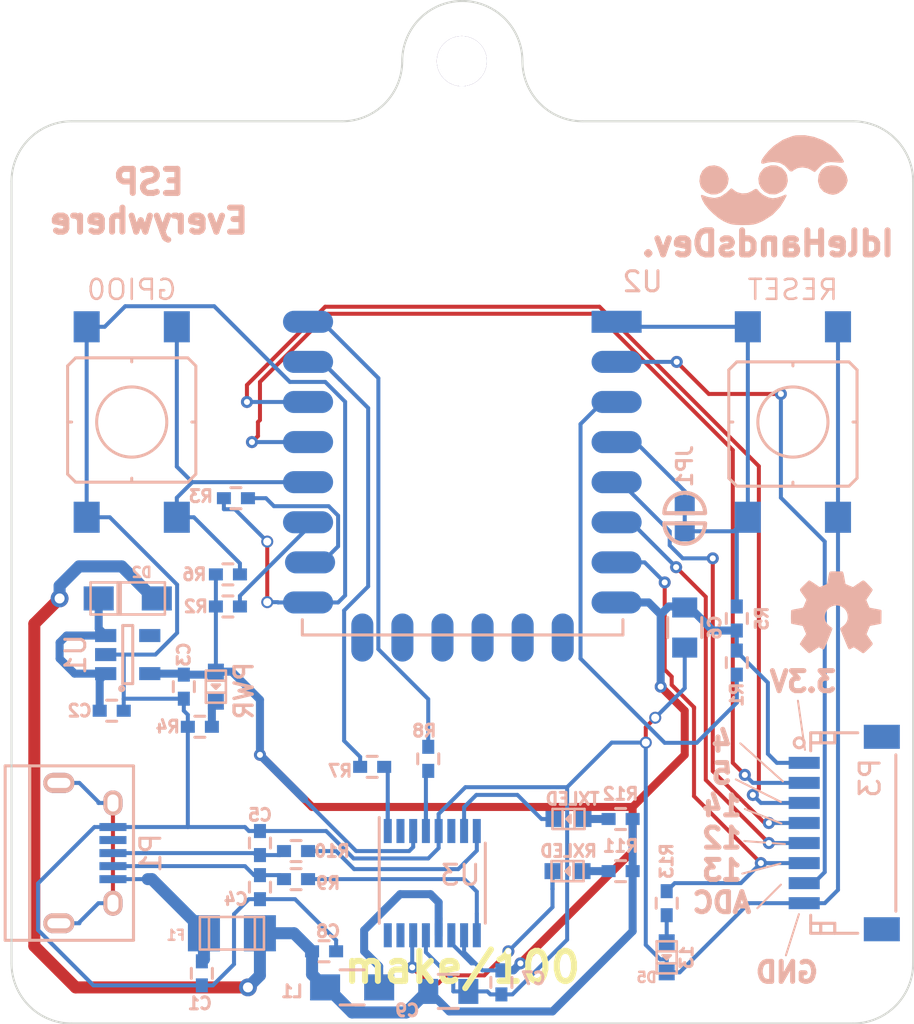
<source format=kicad_pcb>
(kicad_pcb (version 20171130) (host pcbnew "(5.1.12)-1")

  (general
    (thickness 1.6)
    (drawings 27)
    (tracks 419)
    (zones 0)
    (modules 41)
    (nets 44)
  )

  (page A3)
  (title_block
    (title "Sensory Adaptation Robot")
    (date 2016-03-10)
    (rev 0.1a)
    (company "Idle Hands Dev.")
    (comment 1 "Sean Hodgins")
  )

  (layers
    (0 F.Cu signal)
    (31 B.Cu signal)
    (32 B.Adhes user hide)
    (33 F.Adhes user hide)
    (34 B.Paste user hide)
    (35 F.Paste user hide)
    (36 B.SilkS user hide)
    (37 F.SilkS user hide)
    (38 B.Mask user hide)
    (39 F.Mask user hide)
    (40 Dwgs.User user hide)
    (41 Cmts.User user hide)
    (42 Eco1.User user hide)
    (43 Eco2.User user hide)
    (44 Edge.Cuts user)
    (45 Margin user hide)
    (46 B.CrtYd user hide)
    (47 F.CrtYd user hide)
    (48 B.Fab user hide)
    (49 F.Fab user hide)
  )

  (setup
    (last_trace_width 0.2)
    (user_trace_width 0.2)
    (user_trace_width 0.4)
    (user_trace_width 0.6)
    (user_trace_width 0.8)
    (user_trace_width 1)
    (trace_clearance 0.15)
    (zone_clearance 0.15)
    (zone_45_only yes)
    (trace_min 0.1)
    (via_size 0.6)
    (via_drill 0.4)
    (via_min_size 0.4)
    (via_min_drill 0.3)
    (user_via 0.6 0.3)
    (user_via 0.89 0.5)
    (uvia_size 0.3)
    (uvia_drill 0.1)
    (uvias_allowed no)
    (uvia_min_size 0.2)
    (uvia_min_drill 0.1)
    (edge_width 0.1)
    (segment_width 0.1)
    (pcb_text_width 0.3)
    (pcb_text_size 1.5 1.5)
    (mod_edge_width 0.15)
    (mod_text_size 1 1)
    (mod_text_width 0.15)
    (pad_size 2.5 1.1)
    (pad_drill 0)
    (pad_to_mask_clearance 0)
    (aux_axis_origin 100 100)
    (visible_elements 7FFFEF7F)
    (pcbplotparams
      (layerselection 0x010f0_80000001)
      (usegerberextensions false)
      (usegerberattributes true)
      (usegerberadvancedattributes true)
      (creategerberjobfile true)
      (excludeedgelayer true)
      (linewidth 0.100000)
      (plotframeref false)
      (viasonmask false)
      (mode 1)
      (useauxorigin false)
      (hpglpennumber 1)
      (hpglpenspeed 20)
      (hpglpendiameter 15.000000)
      (psnegative false)
      (psa4output false)
      (plotreference true)
      (plotvalue true)
      (plotinvisibletext false)
      (padsonsilk false)
      (subtractmaskfromsilk false)
      (outputformat 1)
      (mirror false)
      (drillshape 0)
      (scaleselection 1)
      (outputdirectory "gerbs/"))
  )

  (net 0 "")
  (net 1 GND)
  (net 2 +3V3)
  (net 3 /GPIO0)
  (net 4 /GPIO16)
  (net 5 /CH_PD)
  (net 6 /GPIO2)
  (net 7 "Net-(D1-Pad1)")
  (net 8 /ADC)
  (net 9 /GPIO13)
  (net 10 "Net-(U2-Pad9)")
  (net 11 "Net-(U2-Pad10)")
  (net 12 "Net-(U2-Pad11)")
  (net 13 "Net-(U2-Pad12)")
  (net 14 "Net-(U2-Pad13)")
  (net 15 "Net-(U2-Pad14)")
  (net 16 /GPIO15)
  (net 17 /GPIO5)
  (net 18 "Net-(C1-Pad2)")
  (net 19 "Net-(C2-Pad1)")
  (net 20 "Net-(C4-Pad2)")
  (net 21 "Net-(C5-Pad2)")
  (net 22 VUSB)
  (net 23 "Net-(D3-Pad2)")
  (net 24 "Net-(D3-Pad1)")
  (net 25 "Net-(D4-Pad2)")
  (net 26 "Net-(D4-Pad1)")
  (net 27 "Net-(L1-Pad1)")
  (net 28 /GPIO4)
  (net 29 /GPIO12)
  (net 30 /GPIO14)
  (net 31 /RXESP)
  (net 32 "Net-(R7-Pad2)")
  (net 33 /TXESP)
  (net 34 "Net-(R8-Pad2)")
  (net 35 "Net-(R9-Pad1)")
  (net 36 "Net-(R10-Pad1)")
  (net 37 "Net-(U3-Pad2)")
  (net 38 "Net-(U3-Pad6)")
  (net 39 "Net-(U3-Pad15)")
  (net 40 "Net-(U3-Pad16)")
  (net 41 "Net-(P1-Pad4)")
  (net 42 "Net-(P1-Pad6)")
  (net 43 "Net-(D5-Pad2)")

  (net_class Default "This is the default net class."
    (clearance 0.15)
    (trace_width 0.2)
    (via_dia 0.6)
    (via_drill 0.4)
    (uvia_dia 0.3)
    (uvia_drill 0.1)
    (add_net +3V3)
    (add_net /ADC)
    (add_net /CH_PD)
    (add_net /GPIO0)
    (add_net /GPIO12)
    (add_net /GPIO13)
    (add_net /GPIO14)
    (add_net /GPIO15)
    (add_net /GPIO16)
    (add_net /GPIO2)
    (add_net /GPIO4)
    (add_net /GPIO5)
    (add_net /RXESP)
    (add_net /TXESP)
    (add_net GND)
    (add_net "Net-(C1-Pad2)")
    (add_net "Net-(C2-Pad1)")
    (add_net "Net-(C4-Pad2)")
    (add_net "Net-(C5-Pad2)")
    (add_net "Net-(D1-Pad1)")
    (add_net "Net-(D3-Pad1)")
    (add_net "Net-(D3-Pad2)")
    (add_net "Net-(D4-Pad1)")
    (add_net "Net-(D4-Pad2)")
    (add_net "Net-(D5-Pad2)")
    (add_net "Net-(L1-Pad1)")
    (add_net "Net-(P1-Pad4)")
    (add_net "Net-(P1-Pad6)")
    (add_net "Net-(R10-Pad1)")
    (add_net "Net-(R7-Pad2)")
    (add_net "Net-(R8-Pad2)")
    (add_net "Net-(R9-Pad1)")
    (add_net "Net-(U2-Pad10)")
    (add_net "Net-(U2-Pad11)")
    (add_net "Net-(U2-Pad12)")
    (add_net "Net-(U2-Pad13)")
    (add_net "Net-(U2-Pad14)")
    (add_net "Net-(U2-Pad9)")
    (add_net "Net-(U3-Pad15)")
    (add_net "Net-(U3-Pad16)")
    (add_net "Net-(U3-Pad2)")
    (add_net "Net-(U3-Pad6)")
    (add_net VUSB)
  )

  (module project_footprints:C_0402_Hand (layer B.Cu) (tedit 587C61DC) (tstamp 58477003)
    (at 108.6 128.2 270)
    (descr "Resistor SMD 0402, reflow soldering, Vishay (see dcrcw.pdf)")
    (tags "resistor 0402")
    (path /587C4081)
    (attr smd)
    (fp_text reference C3 (at -1.6 0 270) (layer B.SilkS)
      (effects (font (size 0.6 0.6) (thickness 0.15)) (justify mirror))
    )
    (fp_text value 2.2uF (at 0 -1.8 270) (layer B.Fab)
      (effects (font (size 1 1) (thickness 0.15)) (justify mirror))
    )
    (fp_line (start -0.95 0.65) (end 0.95 0.65) (layer B.CrtYd) (width 0.05))
    (fp_line (start -0.95 -0.65) (end 0.95 -0.65) (layer B.CrtYd) (width 0.05))
    (fp_line (start -0.95 0.65) (end -0.95 -0.65) (layer B.CrtYd) (width 0.05))
    (fp_line (start 0.95 0.65) (end 0.95 -0.65) (layer B.CrtYd) (width 0.05))
    (fp_line (start 0.25 0.525) (end -0.25 0.525) (layer B.SilkS) (width 0.15))
    (fp_line (start -0.25 -0.525) (end 0.25 -0.525) (layer B.SilkS) (width 0.15))
    (pad 1 smd rect (at -0.6 0 270) (size 0.7 0.6) (layers B.Cu B.Paste B.Mask)
      (net 2 +3V3))
    (pad 2 smd rect (at 0.6 0 270) (size 0.7 0.6) (layers B.Cu B.Paste B.Mask)
      (net 1 GND))
    (model Resistors_SMD.3dshapes/R_0402.wrl
      (at (xyz 0 0 0))
      (scale (xyz 1 1 1))
      (rotate (xyz 0 0 0))
    )
  )

  (module idlehands_footprints:R_0402_Hand (layer B.Cu) (tedit 57C5D08B) (tstamp 58477090)
    (at 136.2 127 270)
    (descr "Resistor SMD 0402, reflow soldering, Vishay (see dcrcw.pdf)")
    (tags "resistor 0402")
    (path /58433D65)
    (attr smd)
    (fp_text reference R1 (at 1.6 0 270) (layer B.SilkS)
      (effects (font (size 0.6 0.6) (thickness 0.15)) (justify mirror))
    )
    (fp_text value 10K (at 0 -1.25 270) (layer B.Fab) hide
      (effects (font (size 0.6 0.6) (thickness 0.15)) (justify mirror))
    )
    (fp_line (start -0.95 0.65) (end 0.95 0.65) (layer B.CrtYd) (width 0.05))
    (fp_line (start -0.95 -0.65) (end 0.95 -0.65) (layer B.CrtYd) (width 0.05))
    (fp_line (start -0.95 0.65) (end -0.95 -0.65) (layer B.CrtYd) (width 0.05))
    (fp_line (start 0.95 0.65) (end 0.95 -0.65) (layer B.CrtYd) (width 0.05))
    (fp_line (start 0.25 0.525) (end -0.25 0.525) (layer B.SilkS) (width 0.15))
    (fp_line (start -0.25 -0.525) (end 0.25 -0.525) (layer B.SilkS) (width 0.15))
    (pad 1 smd rect (at -0.6 0 270) (size 0.7 0.6) (layers B.Cu B.Paste B.Mask)
      (net 2 +3V3))
    (pad 2 smd rect (at 0.6 0 270) (size 0.7 0.6) (layers B.Cu B.Paste B.Mask)
      (net 5 /CH_PD))
    (model Resistors_SMD.3dshapes/R_0402.wrl
      (at (xyz 0 0 0))
      (scale (xyz 1 1 1))
      (rotate (xyz 0 0 0))
    )
  )

  (module idlehands_footprints:R_0402_Hand (layer B.Cu) (tedit 57C5D08B) (tstamp 58477096)
    (at 110.8 124.2)
    (descr "Resistor SMD 0402, reflow soldering, Vishay (see dcrcw.pdf)")
    (tags "resistor 0402")
    (path /58433DBF)
    (attr smd)
    (fp_text reference R2 (at -1.6 0 180) (layer B.SilkS)
      (effects (font (size 0.6 0.6) (thickness 0.15)) (justify mirror))
    )
    (fp_text value 10K (at 0 -1.25) (layer B.Fab) hide
      (effects (font (size 0.6 0.6) (thickness 0.15)) (justify mirror))
    )
    (fp_line (start -0.95 0.65) (end 0.95 0.65) (layer B.CrtYd) (width 0.05))
    (fp_line (start -0.95 -0.65) (end 0.95 -0.65) (layer B.CrtYd) (width 0.05))
    (fp_line (start -0.95 0.65) (end -0.95 -0.65) (layer B.CrtYd) (width 0.05))
    (fp_line (start 0.95 0.65) (end 0.95 -0.65) (layer B.CrtYd) (width 0.05))
    (fp_line (start 0.25 0.525) (end -0.25 0.525) (layer B.SilkS) (width 0.15))
    (fp_line (start -0.25 -0.525) (end 0.25 -0.525) (layer B.SilkS) (width 0.15))
    (pad 1 smd rect (at -0.6 0) (size 0.7 0.6) (layers B.Cu B.Paste B.Mask)
      (net 2 +3V3))
    (pad 2 smd rect (at 0.6 0) (size 0.7 0.6) (layers B.Cu B.Paste B.Mask)
      (net 6 /GPIO2))
    (model Resistors_SMD.3dshapes/R_0402.wrl
      (at (xyz 0 0 0))
      (scale (xyz 1 1 1))
      (rotate (xyz 0 0 0))
    )
  )

  (module idlehands_footprints:R_0402_Hand (layer B.Cu) (tedit 57C5D08B) (tstamp 5847709C)
    (at 111.2 118.8 180)
    (descr "Resistor SMD 0402, reflow soldering, Vishay (see dcrcw.pdf)")
    (tags "resistor 0402")
    (path /5847AEA6)
    (attr smd)
    (fp_text reference R3 (at 1.75 0.1 180) (layer B.SilkS)
      (effects (font (size 0.6 0.6) (thickness 0.15)) (justify mirror))
    )
    (fp_text value 1K (at 0 -1.25 180) (layer B.Fab) hide
      (effects (font (size 0.6 0.6) (thickness 0.15)) (justify mirror))
    )
    (fp_line (start -0.95 0.65) (end 0.95 0.65) (layer B.CrtYd) (width 0.05))
    (fp_line (start -0.95 -0.65) (end 0.95 -0.65) (layer B.CrtYd) (width 0.05))
    (fp_line (start -0.95 0.65) (end -0.95 -0.65) (layer B.CrtYd) (width 0.05))
    (fp_line (start 0.95 0.65) (end 0.95 -0.65) (layer B.CrtYd) (width 0.05))
    (fp_line (start 0.25 0.525) (end -0.25 0.525) (layer B.SilkS) (width 0.15))
    (fp_line (start -0.25 -0.525) (end 0.25 -0.525) (layer B.SilkS) (width 0.15))
    (pad 1 smd rect (at -0.6 0 180) (size 0.7 0.6) (layers B.Cu B.Paste B.Mask)
      (net 16 /GPIO15))
    (pad 2 smd rect (at 0.6 0 180) (size 0.7 0.6) (layers B.Cu B.Paste B.Mask)
      (net 1 GND))
    (model Resistors_SMD.3dshapes/R_0402.wrl
      (at (xyz 0 0 0))
      (scale (xyz 1 1 1))
      (rotate (xyz 0 0 0))
    )
  )

  (module idlehands_footprints:R_0402_Hand (layer B.Cu) (tedit 57C5D08B) (tstamp 584770A2)
    (at 109.4 130.2 180)
    (descr "Resistor SMD 0402, reflow soldering, Vishay (see dcrcw.pdf)")
    (tags "resistor 0402")
    (path /58434786)
    (attr smd)
    (fp_text reference R4 (at 1.6 0 180) (layer B.SilkS)
      (effects (font (size 0.6 0.6) (thickness 0.15)) (justify mirror))
    )
    (fp_text value 1K (at 0 -1.25 180) (layer B.Fab) hide
      (effects (font (size 0.6 0.6) (thickness 0.15)) (justify mirror))
    )
    (fp_line (start -0.95 0.65) (end 0.95 0.65) (layer B.CrtYd) (width 0.05))
    (fp_line (start -0.95 -0.65) (end 0.95 -0.65) (layer B.CrtYd) (width 0.05))
    (fp_line (start -0.95 0.65) (end -0.95 -0.65) (layer B.CrtYd) (width 0.05))
    (fp_line (start 0.95 0.65) (end 0.95 -0.65) (layer B.CrtYd) (width 0.05))
    (fp_line (start 0.25 0.525) (end -0.25 0.525) (layer B.SilkS) (width 0.15))
    (fp_line (start -0.25 -0.525) (end 0.25 -0.525) (layer B.SilkS) (width 0.15))
    (pad 1 smd rect (at -0.6 0 180) (size 0.7 0.6) (layers B.Cu B.Paste B.Mask)
      (net 7 "Net-(D1-Pad1)"))
    (pad 2 smd rect (at 0.6 0 180) (size 0.7 0.6) (layers B.Cu B.Paste B.Mask)
      (net 1 GND))
    (model Resistors_SMD.3dshapes/R_0402.wrl
      (at (xyz 0 0 0))
      (scale (xyz 1 1 1))
      (rotate (xyz 0 0 0))
    )
  )

  (module idlehands_footprints:R_0402_Hand (layer B.Cu) (tedit 57C5D08B) (tstamp 584770A8)
    (at 136.2 124.8 90)
    (descr "Resistor SMD 0402, reflow soldering, Vishay (see dcrcw.pdf)")
    (tags "resistor 0402")
    (path /584340D6)
    (attr smd)
    (fp_text reference R5 (at 0 1.25 90) (layer B.SilkS)
      (effects (font (size 0.6 0.6) (thickness 0.15)) (justify mirror))
    )
    (fp_text value 10K (at 0 -1.25 90) (layer B.Fab) hide
      (effects (font (size 0.6 0.6) (thickness 0.15)) (justify mirror))
    )
    (fp_line (start -0.95 0.65) (end 0.95 0.65) (layer B.CrtYd) (width 0.05))
    (fp_line (start -0.95 -0.65) (end 0.95 -0.65) (layer B.CrtYd) (width 0.05))
    (fp_line (start -0.95 0.65) (end -0.95 -0.65) (layer B.CrtYd) (width 0.05))
    (fp_line (start 0.95 0.65) (end 0.95 -0.65) (layer B.CrtYd) (width 0.05))
    (fp_line (start 0.25 0.525) (end -0.25 0.525) (layer B.SilkS) (width 0.15))
    (fp_line (start -0.25 -0.525) (end 0.25 -0.525) (layer B.SilkS) (width 0.15))
    (pad 1 smd rect (at -0.6 0 90) (size 0.7 0.6) (layers B.Cu B.Paste B.Mask)
      (net 2 +3V3))
    (pad 2 smd rect (at 0.6 0 90) (size 0.7 0.6) (layers B.Cu B.Paste B.Mask)
      (net 4 /GPIO16))
    (model Resistors_SMD.3dshapes/R_0402.wrl
      (at (xyz 0 0 0))
      (scale (xyz 1 1 1))
      (rotate (xyz 0 0 0))
    )
  )

  (module idlehands_footprints:R_0402_Hand (layer B.Cu) (tedit 57C5D08B) (tstamp 584770AE)
    (at 110.8 122.6)
    (descr "Resistor SMD 0402, reflow soldering, Vishay (see dcrcw.pdf)")
    (tags "resistor 0402")
    (path /5848E3D5)
    (attr smd)
    (fp_text reference R6 (at -1.675 0) (layer B.SilkS)
      (effects (font (size 0.6 0.6) (thickness 0.15)) (justify mirror))
    )
    (fp_text value 1K (at 0 -1.25) (layer B.Fab) hide
      (effects (font (size 0.6 0.6) (thickness 0.15)) (justify mirror))
    )
    (fp_line (start -0.95 0.65) (end 0.95 0.65) (layer B.CrtYd) (width 0.05))
    (fp_line (start -0.95 -0.65) (end 0.95 -0.65) (layer B.CrtYd) (width 0.05))
    (fp_line (start -0.95 0.65) (end -0.95 -0.65) (layer B.CrtYd) (width 0.05))
    (fp_line (start 0.95 0.65) (end 0.95 -0.65) (layer B.CrtYd) (width 0.05))
    (fp_line (start 0.25 0.525) (end -0.25 0.525) (layer B.SilkS) (width 0.15))
    (fp_line (start -0.25 -0.525) (end 0.25 -0.525) (layer B.SilkS) (width 0.15))
    (pad 1 smd rect (at -0.6 0) (size 0.7 0.6) (layers B.Cu B.Paste B.Mask)
      (net 2 +3V3))
    (pad 2 smd rect (at 0.6 0) (size 0.7 0.6) (layers B.Cu B.Paste B.Mask)
      (net 3 /GPIO0))
    (model Resistors_SMD.3dshapes/R_0402.wrl
      (at (xyz 0 0 0))
      (scale (xyz 1 1 1))
      (rotate (xyz 0 0 0))
    )
  )

  (module idlehands_footprints:SOLDER-JUMPER_1-WAY-CLOSED (layer B.Cu) (tedit 5847835C) (tstamp 5847700F)
    (at 133.6 119.8 270)
    (path /5847FFB9)
    (fp_text reference JP1 (at -2.6 0 270) (layer B.SilkS)
      (effects (font (size 0.762 0.762) (thickness 0.1524)) (justify mirror))
    )
    (fp_text value Jumper_NC_Small (at 0 1.5 270) (layer B.SilkS) hide
      (effects (font (size 0.762 0.762) (thickness 0.1524)) (justify mirror))
    )
    (fp_line (start 0.254 -1.016) (end 0.254 1.016) (layer B.SilkS) (width 0.2032))
    (fp_line (start -0.254 1.016) (end -0.254 -1.016) (layer B.SilkS) (width 0.2032))
    (fp_arc (start 0.254 0) (end 1.27 0) (angle -90) (layer B.SilkS) (width 0.2032))
    (fp_arc (start 0.254 0) (end 0.254 1.016) (angle -90) (layer B.SilkS) (width 0.2032))
    (fp_arc (start -0.254 0) (end -1.27 0) (angle -90) (layer B.SilkS) (width 0.2032))
    (fp_arc (start -0.254 0) (end -0.254 -1.016) (angle -90) (layer B.SilkS) (width 0.2032))
    (pad 1 smd rect (at -0.65 0 270) (size 1 1) (layers B.Cu B.Paste B.Mask)
      (net 4 /GPIO16))
    (pad 2 smd rect (at 0.65 0 270) (size 1 1) (layers B.Cu B.Paste B.Mask)
      (net 4 /GPIO16))
  )

  (module project_footprints:C_0402_Hand (layer B.Cu) (tedit 587C5D2A) (tstamp 587C78C6)
    (at 109.5 142.5 90)
    (descr "Resistor SMD 0402, reflow soldering, Vishay (see dcrcw.pdf)")
    (tags "resistor 0402")
    (path /587D0E1D)
    (attr smd)
    (fp_text reference C1 (at -1.5 -0.1 180) (layer B.SilkS)
      (effects (font (size 0.6 0.6) (thickness 0.15)) (justify mirror))
    )
    (fp_text value 0.1uF (at 0 -1.8 90) (layer B.Fab)
      (effects (font (size 1 1) (thickness 0.15)) (justify mirror))
    )
    (fp_line (start -0.95 0.65) (end 0.95 0.65) (layer B.CrtYd) (width 0.05))
    (fp_line (start -0.95 -0.65) (end 0.95 -0.65) (layer B.CrtYd) (width 0.05))
    (fp_line (start -0.95 0.65) (end -0.95 -0.65) (layer B.CrtYd) (width 0.05))
    (fp_line (start 0.95 0.65) (end 0.95 -0.65) (layer B.CrtYd) (width 0.05))
    (fp_line (start 0.25 0.525) (end -0.25 0.525) (layer B.SilkS) (width 0.15))
    (fp_line (start -0.25 -0.525) (end 0.25 -0.525) (layer B.SilkS) (width 0.15))
    (pad 1 smd rect (at -0.6 0 90) (size 0.7 0.6) (layers B.Cu B.Paste B.Mask)
      (net 1 GND))
    (pad 2 smd rect (at 0.6 0 90) (size 0.7 0.6) (layers B.Cu B.Paste B.Mask)
      (net 18 "Net-(C1-Pad2)"))
    (model Resistors_SMD.3dshapes/R_0402.wrl
      (at (xyz 0 0 0))
      (scale (xyz 1 1 1))
      (rotate (xyz 0 0 0))
    )
  )

  (module project_footprints:C_0402_Hand (layer B.Cu) (tedit 587C61D7) (tstamp 587C78CC)
    (at 105 129.4)
    (descr "Resistor SMD 0402, reflow soldering, Vishay (see dcrcw.pdf)")
    (tags "resistor 0402")
    (path /587C406D)
    (attr smd)
    (fp_text reference C2 (at -1.6 0) (layer B.SilkS)
      (effects (font (size 0.6 0.6) (thickness 0.15)) (justify mirror))
    )
    (fp_text value 1uF (at 0 -1.8) (layer B.Fab)
      (effects (font (size 1 1) (thickness 0.15)) (justify mirror))
    )
    (fp_line (start -0.95 0.65) (end 0.95 0.65) (layer B.CrtYd) (width 0.05))
    (fp_line (start -0.95 -0.65) (end 0.95 -0.65) (layer B.CrtYd) (width 0.05))
    (fp_line (start -0.95 0.65) (end -0.95 -0.65) (layer B.CrtYd) (width 0.05))
    (fp_line (start 0.95 0.65) (end 0.95 -0.65) (layer B.CrtYd) (width 0.05))
    (fp_line (start 0.25 0.525) (end -0.25 0.525) (layer B.SilkS) (width 0.15))
    (fp_line (start -0.25 -0.525) (end 0.25 -0.525) (layer B.SilkS) (width 0.15))
    (pad 1 smd rect (at -0.6 0) (size 0.7 0.6) (layers B.Cu B.Paste B.Mask)
      (net 19 "Net-(C2-Pad1)"))
    (pad 2 smd rect (at 0.6 0) (size 0.7 0.6) (layers B.Cu B.Paste B.Mask)
      (net 1 GND))
    (model Resistors_SMD.3dshapes/R_0402.wrl
      (at (xyz 0 0 0))
      (scale (xyz 1 1 1))
      (rotate (xyz 0 0 0))
    )
  )

  (module project_footprints:C_0402_Hand (layer B.Cu) (tedit 587C5F26) (tstamp 587C78D2)
    (at 112.4 138.2 90)
    (descr "Resistor SMD 0402, reflow soldering, Vishay (see dcrcw.pdf)")
    (tags "resistor 0402")
    (path /587CCD60)
    (attr smd)
    (fp_text reference C4 (at -0.6 -1.2 180) (layer B.SilkS)
      (effects (font (size 0.6 0.6) (thickness 0.15)) (justify mirror))
    )
    (fp_text value 47pF (at 0 -1.8 90) (layer B.Fab)
      (effects (font (size 1 1) (thickness 0.15)) (justify mirror))
    )
    (fp_line (start -0.95 0.65) (end 0.95 0.65) (layer B.CrtYd) (width 0.05))
    (fp_line (start -0.95 -0.65) (end 0.95 -0.65) (layer B.CrtYd) (width 0.05))
    (fp_line (start -0.95 0.65) (end -0.95 -0.65) (layer B.CrtYd) (width 0.05))
    (fp_line (start 0.95 0.65) (end 0.95 -0.65) (layer B.CrtYd) (width 0.05))
    (fp_line (start 0.25 0.525) (end -0.25 0.525) (layer B.SilkS) (width 0.15))
    (fp_line (start -0.25 -0.525) (end 0.25 -0.525) (layer B.SilkS) (width 0.15))
    (pad 1 smd rect (at -0.6 0 90) (size 0.7 0.6) (layers B.Cu B.Paste B.Mask)
      (net 1 GND))
    (pad 2 smd rect (at 0.6 0 90) (size 0.7 0.6) (layers B.Cu B.Paste B.Mask)
      (net 20 "Net-(C4-Pad2)"))
    (model Resistors_SMD.3dshapes/R_0402.wrl
      (at (xyz 0 0 0))
      (scale (xyz 1 1 1))
      (rotate (xyz 0 0 0))
    )
  )

  (module project_footprints:C_0402_Hand (layer B.Cu) (tedit 587C5F2A) (tstamp 587C78D8)
    (at 112.4 136 270)
    (descr "Resistor SMD 0402, reflow soldering, Vishay (see dcrcw.pdf)")
    (tags "resistor 0402")
    (path /587CCF8F)
    (attr smd)
    (fp_text reference C5 (at -1.4 0) (layer B.SilkS)
      (effects (font (size 0.6 0.6) (thickness 0.15)) (justify mirror))
    )
    (fp_text value 47pF (at 0 -1.8 270) (layer B.Fab)
      (effects (font (size 1 1) (thickness 0.15)) (justify mirror))
    )
    (fp_line (start -0.95 0.65) (end 0.95 0.65) (layer B.CrtYd) (width 0.05))
    (fp_line (start -0.95 -0.65) (end 0.95 -0.65) (layer B.CrtYd) (width 0.05))
    (fp_line (start -0.95 0.65) (end -0.95 -0.65) (layer B.CrtYd) (width 0.05))
    (fp_line (start 0.95 0.65) (end 0.95 -0.65) (layer B.CrtYd) (width 0.05))
    (fp_line (start 0.25 0.525) (end -0.25 0.525) (layer B.SilkS) (width 0.15))
    (fp_line (start -0.25 -0.525) (end 0.25 -0.525) (layer B.SilkS) (width 0.15))
    (pad 1 smd rect (at -0.6 0 270) (size 0.7 0.6) (layers B.Cu B.Paste B.Mask)
      (net 1 GND))
    (pad 2 smd rect (at 0.6 0 270) (size 0.7 0.6) (layers B.Cu B.Paste B.Mask)
      (net 21 "Net-(C5-Pad2)"))
    (model Resistors_SMD.3dshapes/R_0402.wrl
      (at (xyz 0 0 0))
      (scale (xyz 1 1 1))
      (rotate (xyz 0 0 0))
    )
  )

  (module project_footprints:C_0402_Hand (layer B.Cu) (tedit 587C6308) (tstamp 587C78E4)
    (at 124.45 142.95 90)
    (descr "Resistor SMD 0402, reflow soldering, Vishay (see dcrcw.pdf)")
    (tags "resistor 0402")
    (path /587D2621)
    (attr smd)
    (fp_text reference C7 (at 0.2 1.6 180) (layer B.SilkS)
      (effects (font (size 0.6 0.6) (thickness 0.15)) (justify mirror))
    )
    (fp_text value 0.1uF (at 0 -1.8 90) (layer B.Fab)
      (effects (font (size 1 1) (thickness 0.15)) (justify mirror))
    )
    (fp_line (start -0.95 0.65) (end 0.95 0.65) (layer B.CrtYd) (width 0.05))
    (fp_line (start -0.95 -0.65) (end 0.95 -0.65) (layer B.CrtYd) (width 0.05))
    (fp_line (start -0.95 0.65) (end -0.95 -0.65) (layer B.CrtYd) (width 0.05))
    (fp_line (start 0.95 0.65) (end 0.95 -0.65) (layer B.CrtYd) (width 0.05))
    (fp_line (start 0.25 0.525) (end -0.25 0.525) (layer B.SilkS) (width 0.15))
    (fp_line (start -0.25 -0.525) (end 0.25 -0.525) (layer B.SilkS) (width 0.15))
    (pad 1 smd rect (at -0.6 0 90) (size 0.7 0.6) (layers B.Cu B.Paste B.Mask)
      (net 1 GND))
    (pad 2 smd rect (at 0.6 0 90) (size 0.7 0.6) (layers B.Cu B.Paste B.Mask)
      (net 2 +3V3))
    (model Resistors_SMD.3dshapes/R_0402.wrl
      (at (xyz 0 0 0))
      (scale (xyz 1 1 1))
      (rotate (xyz 0 0 0))
    )
  )

  (module project_footprints:C_0402_Hand (layer B.Cu) (tedit 587C6301) (tstamp 587C78EA)
    (at 115.6 141.4 180)
    (descr "Resistor SMD 0402, reflow soldering, Vishay (see dcrcw.pdf)")
    (tags "resistor 0402")
    (path /587CC4A1)
    (attr smd)
    (fp_text reference C8 (at -0.2 1 180) (layer B.SilkS)
      (effects (font (size 0.6 0.6) (thickness 0.15)) (justify mirror))
    )
    (fp_text value 0.1uF (at 0 -1.8 180) (layer B.Fab)
      (effects (font (size 1 1) (thickness 0.15)) (justify mirror))
    )
    (fp_line (start -0.95 0.65) (end 0.95 0.65) (layer B.CrtYd) (width 0.05))
    (fp_line (start -0.95 -0.65) (end 0.95 -0.65) (layer B.CrtYd) (width 0.05))
    (fp_line (start -0.95 0.65) (end -0.95 -0.65) (layer B.CrtYd) (width 0.05))
    (fp_line (start 0.95 0.65) (end 0.95 -0.65) (layer B.CrtYd) (width 0.05))
    (fp_line (start 0.25 0.525) (end -0.25 0.525) (layer B.SilkS) (width 0.15))
    (fp_line (start -0.25 -0.525) (end 0.25 -0.525) (layer B.SilkS) (width 0.15))
    (pad 1 smd rect (at -0.6 0 180) (size 0.7 0.6) (layers B.Cu B.Paste B.Mask)
      (net 1 GND))
    (pad 2 smd rect (at 0.6 0 180) (size 0.7 0.6) (layers B.Cu B.Paste B.Mask)
      (net 22 VUSB))
    (model Resistors_SMD.3dshapes/R_0402.wrl
      (at (xyz 0 0 0))
      (scale (xyz 1 1 1))
      (rotate (xyz 0 0 0))
    )
  )

  (module idlehands_footprints:Led_0603 (layer B.Cu) (tedit 587C620B) (tstamp 587C7900)
    (at 110.2 128.2 270)
    (descr "SMD LED, 0603")
    (path /58435D5E)
    (fp_text reference D1 (at 2.4 -1.6) (layer B.SilkS) hide
      (effects (font (size 0.5 0.5) (thickness 0.125)) (justify mirror))
    )
    (fp_text value PWR (at 0.2 -1.4 270) (layer B.SilkS)
      (effects (font (size 0.9 0.9) (thickness 0.17)) (justify mirror))
    )
    (fp_line (start 0.29972 -0.50038) (end 0.29972 0.50038) (layer B.SilkS) (width 0.127))
    (fp_line (start -0.29972 0.50038) (end -0.29972 -0.50038) (layer B.SilkS) (width 0.127))
    (fp_line (start 0 -0.09906) (end 0 0.09906) (layer B.SilkS) (width 0.127))
    (fp_line (start -0.09906 0.20066) (end -0.09906 -0.20066) (layer B.SilkS) (width 0.127))
    (fp_line (start -0.09906 -0.20066) (end 0.09906 0) (layer B.SilkS) (width 0.127))
    (fp_line (start 0.09906 0) (end -0.09906 0.20066) (layer B.SilkS) (width 0.127))
    (fp_line (start -0.8001 0.50038) (end 0.8001 0.50038) (layer B.SilkS) (width 0.127))
    (fp_line (start 0.8001 0.50038) (end 0.8001 -0.50038) (layer B.SilkS) (width 0.127))
    (fp_line (start 0.8001 -0.50038) (end -0.8001 -0.50038) (layer B.SilkS) (width 0.127))
    (fp_line (start -0.8001 -0.50038) (end -0.8001 0.50038) (layer B.SilkS) (width 0.127))
    (pad 2 smd rect (at -0.7493 0 270) (size 0.79756 0.79756) (layers B.Cu B.Paste B.Mask)
      (net 2 +3V3))
    (pad 1 smd rect (at 0.7493 0 270) (size 0.79756 0.79756) (layers B.Cu B.Paste B.Mask)
      (net 7 "Net-(D1-Pad1)"))
    (model walter/smd_leds/led_0603.wrl
      (at (xyz 0 0 0))
      (scale (xyz 1 1 1))
      (rotate (xyz 0 0 0))
    )
  )

  (module idlehands_footprints:Led_0603 (layer B.Cu) (tedit 587C6195) (tstamp 587C7915)
    (at 127.751 137.4 180)
    (descr "SMD LED, 0603")
    (path /587CEA98)
    (fp_text reference D3 (at 0.1507 1 180) (layer B.SilkS) hide
      (effects (font (size 0.5 0.5) (thickness 0.125)) (justify mirror))
    )
    (fp_text value RXLED (at -0.0493 1 180) (layer B.SilkS)
      (effects (font (size 0.6 0.6) (thickness 0.15)) (justify mirror))
    )
    (fp_line (start 0.29972 -0.50038) (end 0.29972 0.50038) (layer B.SilkS) (width 0.127))
    (fp_line (start -0.29972 0.50038) (end -0.29972 -0.50038) (layer B.SilkS) (width 0.127))
    (fp_line (start 0 -0.09906) (end 0 0.09906) (layer B.SilkS) (width 0.127))
    (fp_line (start -0.09906 0.20066) (end -0.09906 -0.20066) (layer B.SilkS) (width 0.127))
    (fp_line (start -0.09906 -0.20066) (end 0.09906 0) (layer B.SilkS) (width 0.127))
    (fp_line (start 0.09906 0) (end -0.09906 0.20066) (layer B.SilkS) (width 0.127))
    (fp_line (start -0.8001 0.50038) (end 0.8001 0.50038) (layer B.SilkS) (width 0.127))
    (fp_line (start 0.8001 0.50038) (end 0.8001 -0.50038) (layer B.SilkS) (width 0.127))
    (fp_line (start 0.8001 -0.50038) (end -0.8001 -0.50038) (layer B.SilkS) (width 0.127))
    (fp_line (start -0.8001 -0.50038) (end -0.8001 0.50038) (layer B.SilkS) (width 0.127))
    (pad 2 smd rect (at -0.7493 0 180) (size 0.79756 0.79756) (layers B.Cu B.Paste B.Mask)
      (net 23 "Net-(D3-Pad2)"))
    (pad 1 smd rect (at 0.7493 0 180) (size 0.79756 0.79756) (layers B.Cu B.Paste B.Mask)
      (net 24 "Net-(D3-Pad1)"))
    (model walter/smd_leds/led_0603.wrl
      (at (xyz 0 0 0))
      (scale (xyz 1 1 1))
      (rotate (xyz 0 0 0))
    )
  )

  (module idlehands_footprints:Led_0603 (layer B.Cu) (tedit 587C6197) (tstamp 587C7925)
    (at 127.8 134.8 180)
    (descr "SMD LED, 0603")
    (path /587CF0B8)
    (fp_text reference D4 (at 1 1 270) (layer B.SilkS) hide
      (effects (font (size 0.5 0.5) (thickness 0.125)) (justify mirror))
    )
    (fp_text value TXLED (at -0.2 1 180) (layer B.SilkS)
      (effects (font (size 0.6 0.6) (thickness 0.15)) (justify mirror))
    )
    (fp_line (start 0.29972 -0.50038) (end 0.29972 0.50038) (layer B.SilkS) (width 0.127))
    (fp_line (start -0.29972 0.50038) (end -0.29972 -0.50038) (layer B.SilkS) (width 0.127))
    (fp_line (start 0 -0.09906) (end 0 0.09906) (layer B.SilkS) (width 0.127))
    (fp_line (start -0.09906 0.20066) (end -0.09906 -0.20066) (layer B.SilkS) (width 0.127))
    (fp_line (start -0.09906 -0.20066) (end 0.09906 0) (layer B.SilkS) (width 0.127))
    (fp_line (start 0.09906 0) (end -0.09906 0.20066) (layer B.SilkS) (width 0.127))
    (fp_line (start -0.8001 0.50038) (end 0.8001 0.50038) (layer B.SilkS) (width 0.127))
    (fp_line (start 0.8001 0.50038) (end 0.8001 -0.50038) (layer B.SilkS) (width 0.127))
    (fp_line (start 0.8001 -0.50038) (end -0.8001 -0.50038) (layer B.SilkS) (width 0.127))
    (fp_line (start -0.8001 -0.50038) (end -0.8001 0.50038) (layer B.SilkS) (width 0.127))
    (pad 2 smd rect (at -0.7493 0 180) (size 0.79756 0.79756) (layers B.Cu B.Paste B.Mask)
      (net 25 "Net-(D4-Pad2)"))
    (pad 1 smd rect (at 0.7493 0 180) (size 0.79756 0.79756) (layers B.Cu B.Paste B.Mask)
      (net 26 "Net-(D4-Pad1)"))
    (model walter/smd_leds/led_0603.wrl
      (at (xyz 0 0 0))
      (scale (xyz 1 1 1))
      (rotate (xyz 0 0 0))
    )
  )

  (module idlehands_footprints:c_1206 (layer B.Cu) (tedit 57BF34A4) (tstamp 587C7931)
    (at 111 140.5)
    (descr "SMT capacitor, 1206")
    (path /587C7EDA)
    (fp_text reference F1 (at -2.8 0.1) (layer B.SilkS)
      (effects (font (size 0.50038 0.50038) (thickness 0.11938)) (justify mirror))
    )
    (fp_text value 500mA (at -0.15 -1.7) (layer B.SilkS) hide
      (effects (font (size 0.50038 0.50038) (thickness 0.11938)) (justify mirror))
    )
    (fp_line (start 1.143 -0.8128) (end 1.143 0.8128) (layer B.SilkS) (width 0.127))
    (fp_line (start -1.143 0.8128) (end -1.143 -0.8128) (layer B.SilkS) (width 0.127))
    (fp_line (start -1.6002 0.8128) (end -1.6002 -0.8128) (layer B.SilkS) (width 0.127))
    (fp_line (start -1.6002 -0.8128) (end 1.6002 -0.8128) (layer B.SilkS) (width 0.127))
    (fp_line (start 1.6002 -0.8128) (end 1.6002 0.8128) (layer B.SilkS) (width 0.127))
    (fp_line (start 1.6002 0.8128) (end -1.6002 0.8128) (layer B.SilkS) (width 0.127))
    (pad 1 smd rect (at 1.397 0) (size 1.6002 1.8034) (layers B.Cu B.Paste B.Mask)
      (net 22 VUSB))
    (pad 2 smd rect (at -1.397 0) (size 1.6002 1.8034) (layers B.Cu B.Paste B.Mask)
      (net 18 "Net-(C1-Pad2)"))
    (model smd/capacitors/c_1206.wrl
      (at (xyz 0 0 0))
      (scale (xyz 1 1 1))
      (rotate (xyz 0 0 0))
    )
  )

  (module Resistors_SMD:R_0805_HandSoldering (layer B.Cu) (tedit 587C62F9) (tstamp 587C7937)
    (at 117 143.2 180)
    (descr "Resistor SMD 0805, hand soldering")
    (tags "resistor 0805")
    (path /587CA539)
    (attr smd)
    (fp_text reference L1 (at 3 -0.2 180) (layer B.SilkS)
      (effects (font (size 0.6 0.6) (thickness 0.15)) (justify mirror))
    )
    (fp_text value FB (at 0 -2.1 180) (layer B.Fab)
      (effects (font (size 1 1) (thickness 0.15)) (justify mirror))
    )
    (fp_line (start -2.4 1) (end 2.4 1) (layer B.CrtYd) (width 0.05))
    (fp_line (start -2.4 -1) (end 2.4 -1) (layer B.CrtYd) (width 0.05))
    (fp_line (start -2.4 1) (end -2.4 -1) (layer B.CrtYd) (width 0.05))
    (fp_line (start 2.4 1) (end 2.4 -1) (layer B.CrtYd) (width 0.05))
    (fp_line (start 0.6 -0.875) (end -0.6 -0.875) (layer B.SilkS) (width 0.15))
    (fp_line (start -0.6 0.875) (end 0.6 0.875) (layer B.SilkS) (width 0.15))
    (pad 1 smd rect (at -1.35 0 180) (size 1.5 1.3) (layers B.Cu B.Paste B.Mask)
      (net 27 "Net-(L1-Pad1)"))
    (pad 2 smd rect (at 1.35 0 180) (size 1.5 1.3) (layers B.Cu B.Paste B.Mask)
      (net 22 VUSB))
    (model Resistors_SMD.3dshapes/R_0805_HandSoldering.wrl
      (at (xyz 0 0 0))
      (scale (xyz 1 1 1))
      (rotate (xyz 0 0 0))
    )
  )

  (module Connect:USB_Micro-B (layer B.Cu) (tedit 0) (tstamp 587C7944)
    (at 103.5 136.5 90)
    (descr "Micro USB Type B Receptacle")
    (tags "USB USB_B USB_micro USB_OTG")
    (path /587DA315)
    (attr smd)
    (fp_text reference P1 (at 0 3.45 90) (layer B.SilkS)
      (effects (font (size 1 1) (thickness 0.15)) (justify mirror))
    )
    (fp_text value USB_OTG (at 0 -4.8 90) (layer B.Fab)
      (effects (font (size 1 1) (thickness 0.15)) (justify mirror))
    )
    (fp_line (start -4.6 2.8) (end 4.6 2.8) (layer B.CrtYd) (width 0.05))
    (fp_line (start 4.6 2.8) (end 4.6 -4.05) (layer B.CrtYd) (width 0.05))
    (fp_line (start 4.6 -4.05) (end -4.6 -4.05) (layer B.CrtYd) (width 0.05))
    (fp_line (start -4.6 -4.05) (end -4.6 2.8) (layer B.CrtYd) (width 0.05))
    (fp_line (start -4.3509 -3.81746) (end 4.3491 -3.81746) (layer B.SilkS) (width 0.15))
    (fp_line (start -4.3509 2.58754) (end 4.3491 2.58754) (layer B.SilkS) (width 0.15))
    (fp_line (start 4.3491 2.58754) (end 4.3491 -3.81746) (layer B.SilkS) (width 0.15))
    (fp_line (start 4.3491 -2.58746) (end -4.3509 -2.58746) (layer B.SilkS) (width 0.15))
    (fp_line (start -4.3509 -3.81746) (end -4.3509 2.58754) (layer B.SilkS) (width 0.15))
    (pad 1 smd rect (at -1.3009 1.56254) (size 1.35 0.4) (layers B.Cu B.Paste B.Mask)
      (net 18 "Net-(C1-Pad2)"))
    (pad 2 smd rect (at -0.6509 1.56254) (size 1.35 0.4) (layers B.Cu B.Paste B.Mask)
      (net 20 "Net-(C4-Pad2)"))
    (pad 3 smd rect (at -0.0009 1.56254) (size 1.35 0.4) (layers B.Cu B.Paste B.Mask)
      (net 21 "Net-(C5-Pad2)"))
    (pad 4 smd rect (at 0.6491 1.56254) (size 1.35 0.4) (layers B.Cu B.Paste B.Mask)
      (net 41 "Net-(P1-Pad4)"))
    (pad 5 smd rect (at 1.2991 1.56254) (size 1.35 0.4) (layers B.Cu B.Paste B.Mask)
      (net 1 GND))
    (pad 6 thru_hole oval (at -2.5009 1.56254) (size 0.95 1.25) (drill oval 0.55 0.85) (layers *.Cu *.Mask B.SilkS)
      (net 42 "Net-(P1-Pad6)"))
    (pad 6 thru_hole oval (at 2.4991 1.56254) (size 0.95 1.25) (drill oval 0.55 0.85) (layers *.Cu *.Mask B.SilkS)
      (net 42 "Net-(P1-Pad6)"))
    (pad 6 thru_hole oval (at -3.5009 -1.13746) (size 1.55 1) (drill oval 1.15 0.5) (layers *.Cu *.Mask B.SilkS)
      (net 42 "Net-(P1-Pad6)"))
    (pad 6 thru_hole oval (at 3.4991 -1.13746) (size 1.55 1) (drill oval 1.15 0.5) (layers *.Cu *.Mask B.SilkS)
      (net 42 "Net-(P1-Pad6)"))
  )

  (module idlehands_footprints:R_0402_Hand (layer B.Cu) (tedit 57C5D08B) (tstamp 587C7950)
    (at 118 132.2)
    (descr "Resistor SMD 0402, reflow soldering, Vishay (see dcrcw.pdf)")
    (tags "resistor 0402")
    (path /587D784C)
    (attr smd)
    (fp_text reference R7 (at -1.6 0.2) (layer B.SilkS)
      (effects (font (size 0.6 0.6) (thickness 0.15)) (justify mirror))
    )
    (fp_text value 1K (at 0 -1.25) (layer B.Fab) hide
      (effects (font (size 0.6 0.6) (thickness 0.15)) (justify mirror))
    )
    (fp_line (start -0.95 0.65) (end 0.95 0.65) (layer B.CrtYd) (width 0.05))
    (fp_line (start -0.95 -0.65) (end 0.95 -0.65) (layer B.CrtYd) (width 0.05))
    (fp_line (start -0.95 0.65) (end -0.95 -0.65) (layer B.CrtYd) (width 0.05))
    (fp_line (start 0.95 0.65) (end 0.95 -0.65) (layer B.CrtYd) (width 0.05))
    (fp_line (start 0.25 0.525) (end -0.25 0.525) (layer B.SilkS) (width 0.15))
    (fp_line (start -0.25 -0.525) (end 0.25 -0.525) (layer B.SilkS) (width 0.15))
    (pad 1 smd rect (at -0.6 0) (size 0.7 0.6) (layers B.Cu B.Paste B.Mask)
      (net 31 /RXESP))
    (pad 2 smd rect (at 0.6 0) (size 0.7 0.6) (layers B.Cu B.Paste B.Mask)
      (net 32 "Net-(R7-Pad2)"))
    (model Resistors_SMD.3dshapes/R_0402.wrl
      (at (xyz 0 0 0))
      (scale (xyz 1 1 1))
      (rotate (xyz 0 0 0))
    )
  )

  (module idlehands_footprints:R_0402_Hand (layer B.Cu) (tedit 57C5D08B) (tstamp 587C795C)
    (at 120.8 131.8 270)
    (descr "Resistor SMD 0402, reflow soldering, Vishay (see dcrcw.pdf)")
    (tags "resistor 0402")
    (path /587D849B)
    (attr smd)
    (fp_text reference R8 (at -1.4 0.2) (layer B.SilkS)
      (effects (font (size 0.6 0.6) (thickness 0.15)) (justify mirror))
    )
    (fp_text value 1K (at 0 -1.25 270) (layer B.Fab) hide
      (effects (font (size 0.6 0.6) (thickness 0.15)) (justify mirror))
    )
    (fp_line (start -0.95 0.65) (end 0.95 0.65) (layer B.CrtYd) (width 0.05))
    (fp_line (start -0.95 -0.65) (end 0.95 -0.65) (layer B.CrtYd) (width 0.05))
    (fp_line (start -0.95 0.65) (end -0.95 -0.65) (layer B.CrtYd) (width 0.05))
    (fp_line (start 0.95 0.65) (end 0.95 -0.65) (layer B.CrtYd) (width 0.05))
    (fp_line (start 0.25 0.525) (end -0.25 0.525) (layer B.SilkS) (width 0.15))
    (fp_line (start -0.25 -0.525) (end 0.25 -0.525) (layer B.SilkS) (width 0.15))
    (pad 1 smd rect (at -0.6 0 270) (size 0.7 0.6) (layers B.Cu B.Paste B.Mask)
      (net 33 /TXESP))
    (pad 2 smd rect (at 0.6 0 270) (size 0.7 0.6) (layers B.Cu B.Paste B.Mask)
      (net 34 "Net-(R8-Pad2)"))
    (model Resistors_SMD.3dshapes/R_0402.wrl
      (at (xyz 0 0 0))
      (scale (xyz 1 1 1))
      (rotate (xyz 0 0 0))
    )
  )

  (module idlehands_footprints:R_0402_Hand (layer B.Cu) (tedit 57C5D08B) (tstamp 587C7968)
    (at 114.2 137.8 180)
    (descr "Resistor SMD 0402, reflow soldering, Vishay (see dcrcw.pdf)")
    (tags "resistor 0402")
    (path /587CA831)
    (attr smd)
    (fp_text reference R9 (at -1.6 -0.2 180) (layer B.SilkS)
      (effects (font (size 0.6 0.6) (thickness 0.15)) (justify mirror))
    )
    (fp_text value 27R (at 0 -1.25 180) (layer B.Fab) hide
      (effects (font (size 0.6 0.6) (thickness 0.15)) (justify mirror))
    )
    (fp_line (start -0.95 0.65) (end 0.95 0.65) (layer B.CrtYd) (width 0.05))
    (fp_line (start -0.95 -0.65) (end 0.95 -0.65) (layer B.CrtYd) (width 0.05))
    (fp_line (start -0.95 0.65) (end -0.95 -0.65) (layer B.CrtYd) (width 0.05))
    (fp_line (start 0.95 0.65) (end 0.95 -0.65) (layer B.CrtYd) (width 0.05))
    (fp_line (start 0.25 0.525) (end -0.25 0.525) (layer B.SilkS) (width 0.15))
    (fp_line (start -0.25 -0.525) (end 0.25 -0.525) (layer B.SilkS) (width 0.15))
    (pad 1 smd rect (at -0.6 0 180) (size 0.7 0.6) (layers B.Cu B.Paste B.Mask)
      (net 35 "Net-(R9-Pad1)"))
    (pad 2 smd rect (at 0.6 0 180) (size 0.7 0.6) (layers B.Cu B.Paste B.Mask)
      (net 20 "Net-(C4-Pad2)"))
    (model Resistors_SMD.3dshapes/R_0402.wrl
      (at (xyz 0 0 0))
      (scale (xyz 1 1 1))
      (rotate (xyz 0 0 0))
    )
  )

  (module idlehands_footprints:R_0402_Hand (layer B.Cu) (tedit 57C5D08B) (tstamp 587C7974)
    (at 114.2 136.4 180)
    (descr "Resistor SMD 0402, reflow soldering, Vishay (see dcrcw.pdf)")
    (tags "resistor 0402")
    (path /587CB52B)
    (attr smd)
    (fp_text reference R10 (at -1.8 0 180) (layer B.SilkS)
      (effects (font (size 0.6 0.6) (thickness 0.15)) (justify mirror))
    )
    (fp_text value 27R (at 0 -1.25 180) (layer B.Fab) hide
      (effects (font (size 0.6 0.6) (thickness 0.15)) (justify mirror))
    )
    (fp_line (start -0.95 0.65) (end 0.95 0.65) (layer B.CrtYd) (width 0.05))
    (fp_line (start -0.95 -0.65) (end 0.95 -0.65) (layer B.CrtYd) (width 0.05))
    (fp_line (start -0.95 0.65) (end -0.95 -0.65) (layer B.CrtYd) (width 0.05))
    (fp_line (start 0.95 0.65) (end 0.95 -0.65) (layer B.CrtYd) (width 0.05))
    (fp_line (start 0.25 0.525) (end -0.25 0.525) (layer B.SilkS) (width 0.15))
    (fp_line (start -0.25 -0.525) (end 0.25 -0.525) (layer B.SilkS) (width 0.15))
    (pad 1 smd rect (at -0.6 0 180) (size 0.7 0.6) (layers B.Cu B.Paste B.Mask)
      (net 36 "Net-(R10-Pad1)"))
    (pad 2 smd rect (at 0.6 0 180) (size 0.7 0.6) (layers B.Cu B.Paste B.Mask)
      (net 21 "Net-(C5-Pad2)"))
    (model Resistors_SMD.3dshapes/R_0402.wrl
      (at (xyz 0 0 0))
      (scale (xyz 1 1 1))
      (rotate (xyz 0 0 0))
    )
  )

  (module idlehands_footprints:R_0402_Hand (layer B.Cu) (tedit 57C5D08B) (tstamp 587C7980)
    (at 130.4 137.4 180)
    (descr "Resistor SMD 0402, reflow soldering, Vishay (see dcrcw.pdf)")
    (tags "resistor 0402")
    (path /587CEA91)
    (attr smd)
    (fp_text reference R11 (at 0 1.25 180) (layer B.SilkS)
      (effects (font (size 0.6 0.6) (thickness 0.15)) (justify mirror))
    )
    (fp_text value 1K (at 0 -1.25 180) (layer B.Fab) hide
      (effects (font (size 0.6 0.6) (thickness 0.15)) (justify mirror))
    )
    (fp_line (start -0.95 0.65) (end 0.95 0.65) (layer B.CrtYd) (width 0.05))
    (fp_line (start -0.95 -0.65) (end 0.95 -0.65) (layer B.CrtYd) (width 0.05))
    (fp_line (start -0.95 0.65) (end -0.95 -0.65) (layer B.CrtYd) (width 0.05))
    (fp_line (start 0.95 0.65) (end 0.95 -0.65) (layer B.CrtYd) (width 0.05))
    (fp_line (start 0.25 0.525) (end -0.25 0.525) (layer B.SilkS) (width 0.15))
    (fp_line (start -0.25 -0.525) (end 0.25 -0.525) (layer B.SilkS) (width 0.15))
    (pad 1 smd rect (at -0.6 0 180) (size 0.7 0.6) (layers B.Cu B.Paste B.Mask)
      (net 22 VUSB))
    (pad 2 smd rect (at 0.6 0 180) (size 0.7 0.6) (layers B.Cu B.Paste B.Mask)
      (net 23 "Net-(D3-Pad2)"))
    (model Resistors_SMD.3dshapes/R_0402.wrl
      (at (xyz 0 0 0))
      (scale (xyz 1 1 1))
      (rotate (xyz 0 0 0))
    )
  )

  (module idlehands_footprints:R_0402_Hand (layer B.Cu) (tedit 57C5D08B) (tstamp 587C798C)
    (at 130.4 134.8 180)
    (descr "Resistor SMD 0402, reflow soldering, Vishay (see dcrcw.pdf)")
    (tags "resistor 0402")
    (path /587CF0B1)
    (attr smd)
    (fp_text reference R12 (at 0 1.25 180) (layer B.SilkS)
      (effects (font (size 0.6 0.6) (thickness 0.15)) (justify mirror))
    )
    (fp_text value 1K (at 0 -1.25 180) (layer B.Fab) hide
      (effects (font (size 0.6 0.6) (thickness 0.15)) (justify mirror))
    )
    (fp_line (start -0.95 0.65) (end 0.95 0.65) (layer B.CrtYd) (width 0.05))
    (fp_line (start -0.95 -0.65) (end 0.95 -0.65) (layer B.CrtYd) (width 0.05))
    (fp_line (start -0.95 0.65) (end -0.95 -0.65) (layer B.CrtYd) (width 0.05))
    (fp_line (start 0.95 0.65) (end 0.95 -0.65) (layer B.CrtYd) (width 0.05))
    (fp_line (start 0.25 0.525) (end -0.25 0.525) (layer B.SilkS) (width 0.15))
    (fp_line (start -0.25 -0.525) (end 0.25 -0.525) (layer B.SilkS) (width 0.15))
    (pad 1 smd rect (at -0.6 0 180) (size 0.7 0.6) (layers B.Cu B.Paste B.Mask)
      (net 22 VUSB))
    (pad 2 smd rect (at 0.6 0 180) (size 0.7 0.6) (layers B.Cu B.Paste B.Mask)
      (net 25 "Net-(D4-Pad2)"))
    (model Resistors_SMD.3dshapes/R_0402.wrl
      (at (xyz 0 0 0))
      (scale (xyz 1 1 1))
      (rotate (xyz 0 0 0))
    )
  )

  (module TO_SOT_Packages_SMD:SOT-23-5 (layer B.Cu) (tedit 587C61C8) (tstamp 587C79BE)
    (at 105.8 126.6)
    (descr "5-pin SOT23 package")
    (tags SOT-23-5)
    (path /587C4065)
    (attr smd)
    (fp_text reference U1 (at -2.6 0 90) (layer B.SilkS)
      (effects (font (size 1 1) (thickness 0.15)) (justify mirror))
    )
    (fp_text value AP2112K-3.3V (at -0.05 -2.35) (layer B.Fab)
      (effects (font (size 1 1) (thickness 0.15)) (justify mirror))
    )
    (fp_circle (center -0.3 1.7) (end -0.2 1.7) (layer B.SilkS) (width 0.15))
    (fp_line (start -1.8 1.6) (end 1.8 1.6) (layer B.CrtYd) (width 0.05))
    (fp_line (start 1.8 1.6) (end 1.8 -1.6) (layer B.CrtYd) (width 0.05))
    (fp_line (start 1.8 -1.6) (end -1.8 -1.6) (layer B.CrtYd) (width 0.05))
    (fp_line (start -1.8 -1.6) (end -1.8 1.6) (layer B.CrtYd) (width 0.05))
    (fp_line (start 0.25 1.45) (end -0.25 1.45) (layer B.SilkS) (width 0.15))
    (fp_line (start 0.25 -1.45) (end 0.25 1.45) (layer B.SilkS) (width 0.15))
    (fp_line (start -0.25 -1.45) (end 0.25 -1.45) (layer B.SilkS) (width 0.15))
    (fp_line (start -0.25 1.45) (end -0.25 -1.45) (layer B.SilkS) (width 0.15))
    (pad 1 smd rect (at -1.1 0.95) (size 1.06 0.65) (layers B.Cu B.Paste B.Mask)
      (net 19 "Net-(C2-Pad1)"))
    (pad 2 smd rect (at -1.1 0) (size 1.06 0.65) (layers B.Cu B.Paste B.Mask)
      (net 1 GND))
    (pad 3 smd rect (at -1.1 -0.95) (size 1.06 0.65) (layers B.Cu B.Paste B.Mask)
      (net 19 "Net-(C2-Pad1)"))
    (pad 4 smd rect (at 1.1 -0.95) (size 1.06 0.65) (layers B.Cu B.Paste B.Mask))
    (pad 5 smd rect (at 1.1 0.95) (size 1.06 0.65) (layers B.Cu B.Paste B.Mask)
      (net 2 +3V3))
    (model TO_SOT_Packages_SMD.3dshapes/SOT-23-5.wrl
      (at (xyz 0 0 0))
      (scale (xyz 1 1 1))
      (rotate (xyz 0 0 0))
    )
  )

  (module Housings_SSOP:SSOP-16_3.9x4.9mm_Pitch0.635mm (layer B.Cu) (tedit 54130A77) (tstamp 587C79EB)
    (at 121 138 270)
    (descr "SSOP16: plastic shrink small outline package; 16 leads; body width 3.9 mm; lead pitch 0.635; (see NXP SSOP-TSSOP-VSO-REFLOW.pdf and sot519-1_po.pdf)")
    (tags "SSOP 0.635")
    (path /587C8F23)
    (attr smd)
    (fp_text reference U3 (at -0.4 -1.4) (layer B.SilkS)
      (effects (font (size 1 1) (thickness 0.15)) (justify mirror))
    )
    (fp_text value FT230XS (at 0 -3.5 270) (layer B.Fab)
      (effects (font (size 1 1) (thickness 0.15)) (justify mirror))
    )
    (fp_line (start -3.45 2.75) (end -3.45 -2.75) (layer B.CrtYd) (width 0.05))
    (fp_line (start 3.45 2.75) (end 3.45 -2.75) (layer B.CrtYd) (width 0.05))
    (fp_line (start -3.45 2.75) (end 3.45 2.75) (layer B.CrtYd) (width 0.05))
    (fp_line (start -3.45 -2.75) (end 3.45 -2.75) (layer B.CrtYd) (width 0.05))
    (fp_line (start -2 -2.6475) (end 2 -2.6475) (layer B.SilkS) (width 0.15))
    (fp_line (start -3.275 2.6475) (end 2 2.6475) (layer B.SilkS) (width 0.15))
    (pad 1 smd rect (at -2.6 2.2225 270) (size 1.2 0.4) (layers B.Cu B.Paste B.Mask)
      (net 32 "Net-(R7-Pad2)"))
    (pad 2 smd rect (at -2.6 1.5875 270) (size 1.2 0.4) (layers B.Cu B.Paste B.Mask)
      (net 37 "Net-(U3-Pad2)"))
    (pad 3 smd rect (at -2.6 0.9525 270) (size 1.2 0.4) (layers B.Cu B.Paste B.Mask)
      (net 2 +3V3))
    (pad 4 smd rect (at -2.6 0.3175 270) (size 1.2 0.4) (layers B.Cu B.Paste B.Mask)
      (net 34 "Net-(R8-Pad2)"))
    (pad 5 smd rect (at -2.6 -0.3175 270) (size 1.2 0.4) (layers B.Cu B.Paste B.Mask)
      (net 1 GND))
    (pad 6 smd rect (at -2.6 -0.9525 270) (size 1.2 0.4) (layers B.Cu B.Paste B.Mask)
      (net 38 "Net-(U3-Pad6)"))
    (pad 7 smd rect (at -2.6 -1.5875 270) (size 1.2 0.4) (layers B.Cu B.Paste B.Mask)
      (net 26 "Net-(D4-Pad1)"))
    (pad 8 smd rect (at -2.6 -2.2225 270) (size 1.2 0.4) (layers B.Cu B.Paste B.Mask)
      (net 36 "Net-(R10-Pad1)"))
    (pad 9 smd rect (at 2.6 -2.2225 270) (size 1.2 0.4) (layers B.Cu B.Paste B.Mask)
      (net 35 "Net-(R9-Pad1)"))
    (pad 10 smd rect (at 2.6 -1.5875 270) (size 1.2 0.4) (layers B.Cu B.Paste B.Mask)
      (net 2 +3V3))
    (pad 11 smd rect (at 2.6 -0.9525 270) (size 1.2 0.4) (layers B.Cu B.Paste B.Mask)
      (net 2 +3V3))
    (pad 12 smd rect (at 2.6 -0.3175 270) (size 1.2 0.4) (layers B.Cu B.Paste B.Mask)
      (net 27 "Net-(L1-Pad1)"))
    (pad 13 smd rect (at 2.6 0.3175 270) (size 1.2 0.4) (layers B.Cu B.Paste B.Mask)
      (net 1 GND))
    (pad 14 smd rect (at 2.6 0.9525 270) (size 1.2 0.4) (layers B.Cu B.Paste B.Mask)
      (net 24 "Net-(D3-Pad1)"))
    (pad 15 smd rect (at 2.6 1.5875 270) (size 1.2 0.4) (layers B.Cu B.Paste B.Mask)
      (net 39 "Net-(U3-Pad15)"))
    (pad 16 smd rect (at 2.6 2.2225 270) (size 1.2 0.4) (layers B.Cu B.Paste B.Mask)
      (net 40 "Net-(U3-Pad16)"))
    (model Housings_SSOP.3dshapes/SSOP-16_3.9x4.9mm_Pitch0.635mm.wrl
      (at (xyz 0 0 0))
      (scale (xyz 1 1 1))
      (rotate (xyz 0 0 0))
    )
  )

  (module project_footprints:kickstarterK (layer F.Cu) (tedit 0) (tstamp 587C8AA4)
    (at 122.5 122.5)
    (fp_text reference G***_3 (at 0 0) (layer F.SilkS) hide
      (effects (font (size 1.524 1.524) (thickness 0.3)))
    )
    (fp_text value LOGO (at 0.75 0) (layer F.SilkS) hide
      (effects (font (size 1.524 1.524) (thickness 0.3)))
    )
    (fp_poly (pts (xy -4.867804 -11.154759) (xy -4.557895 -11.114407) (xy -4.505997 -11.103703) (xy -4.004476 -10.945247)
      (xy -3.520467 -10.703332) (xy -3.0686 -10.390822) (xy -2.663503 -10.020575) (xy -2.319807 -9.605455)
      (xy -2.05214 -9.158321) (xy -1.915583 -8.826406) (xy -1.890976 -8.747704) (xy -1.870294 -8.665661)
      (xy -1.853063 -8.570586) (xy -1.838805 -8.45279) (xy -1.827044 -8.302583) (xy -1.817304 -8.110277)
      (xy -1.809109 -7.86618) (xy -1.801982 -7.560605) (xy -1.795446 -7.183861) (xy -1.789026 -6.726258)
      (xy -1.782246 -6.178108) (xy -1.781239 -6.093464) (xy -1.7526 -3.677928) (xy 0.3302 -6.70052)
      (xy 0.715141 -7.257363) (xy 1.081084 -7.783215) (xy 1.423434 -8.271646) (xy 1.737595 -8.716227)
      (xy 2.018973 -9.110529) (xy 2.262974 -9.448122) (xy 2.465002 -9.722578) (xy 2.620462 -9.927467)
      (xy 2.724762 -10.05636) (xy 2.7432 -10.076917) (xy 3.132549 -10.439698) (xy 3.560101 -10.741136)
      (xy 4.001715 -10.965164) (xy 4.171914 -11.027877) (xy 4.334264 -11.077209) (xy 4.484962 -11.111424)
      (xy 4.648671 -11.133187) (xy 4.850057 -11.14516) (xy 5.113785 -11.150006) (xy 5.3086 -11.1506)
      (xy 5.620561 -11.14871) (xy 5.855099 -11.141314) (xy 6.03635 -11.125828) (xy 6.188448 -11.099668)
      (xy 6.335529 -11.060248) (xy 6.4262 -11.030914) (xy 6.961327 -10.799534) (xy 7.462829 -10.482454)
      (xy 7.915196 -10.093173) (xy 8.302919 -9.645191) (xy 8.610489 -9.152006) (xy 8.630501 -9.112346)
      (xy 8.791559 -8.733476) (xy 8.895054 -8.349679) (xy 8.948152 -7.927861) (xy 8.959164 -7.5946)
      (xy 8.941882 -7.138831) (xy 8.881371 -6.745011) (xy 8.77038 -6.380075) (xy 8.61939 -6.0452)
      (xy 8.561093 -5.945779) (xy 8.450317 -5.770993) (xy 8.292494 -5.528953) (xy 8.093058 -5.227775)
      (xy 7.857441 -4.875571) (xy 7.591076 -4.480455) (xy 7.299397 -4.050539) (xy 6.987835 -3.593937)
      (xy 6.661825 -3.118762) (xy 6.58567 -3.008134) (xy 4.721128 -0.301268) (xy 6.973674 2.554466)
      (xy 7.350285 3.032483) (xy 7.712436 3.493222) (xy 8.054563 3.929536) (xy 8.371099 4.334278)
      (xy 8.65648 4.700301) (xy 8.905139 5.020457) (xy 9.111512 5.287598) (xy 9.270033 5.494579)
      (xy 9.375137 5.63425) (xy 9.414933 5.6896) (xy 9.52535 5.880242) (xy 9.638752 6.11963)
      (xy 9.731889 6.358353) (xy 9.73759 6.3754) (xy 9.798656 6.576229) (xy 9.838295 6.75635)
      (xy 9.860934 6.948998) (xy 9.870998 7.187404) (xy 9.872916 7.3914) (xy 9.861526 7.81009)
      (xy 9.819935 8.164995) (xy 9.740153 8.491474) (xy 9.61419 8.824885) (xy 9.488371 9.0932)
      (xy 9.373912 9.306835) (xy 9.250982 9.495115) (xy 9.099528 9.684457) (xy 8.899491 9.901276)
      (xy 8.789731 10.013385) (xy 8.564762 10.234424) (xy 8.380742 10.397946) (xy 8.212233 10.523342)
      (xy 8.033793 10.630002) (xy 7.874 10.71138) (xy 7.535218 10.863658) (xy 7.231536 10.968424)
      (xy 6.92841 11.033266) (xy 6.591301 11.065772) (xy 6.225026 11.073649) (xy 5.659774 11.045325)
      (xy 5.167323 10.958979) (xy 4.734243 10.810314) (xy 4.347104 10.595036) (xy 4.078636 10.387118)
      (xy 4.008602 10.314028) (xy 3.880426 10.167589) (xy 3.699186 9.953989) (xy 3.46996 9.679416)
      (xy 3.197826 9.350057) (xy 2.887861 8.972098) (xy 2.545142 8.551727) (xy 2.174748 8.095132)
      (xy 1.781756 7.6085) (xy 1.371244 7.098018) (xy 1.034518 6.677728) (xy -1.7526 3.193154)
      (xy -1.783175 5.571677) (xy -1.791068 6.158791) (xy -1.79903 6.65488) (xy -1.808013 7.070518)
      (xy -1.818971 7.416276) (xy -1.832858 7.702726) (xy -1.850628 7.940439) (xy -1.873233 8.139989)
      (xy -1.901629 8.311948) (xy -1.936768 8.466886) (xy -1.979605 8.615377) (xy -2.031092 8.767992)
      (xy -2.084795 8.9154) (xy -2.274621 9.316685) (xy -2.541686 9.721052) (xy -2.866539 10.100376)
      (xy -2.984809 10.216867) (xy -3.364391 10.530944) (xy -3.76029 10.767257) (xy -4.188972 10.931661)
      (xy -4.666902 11.030013) (xy -5.210546 11.068169) (xy -5.380227 11.068834) (xy -5.646329 11.063423)
      (xy -5.894746 11.052841) (xy -6.097263 11.038629) (xy -6.223513 11.022763) (xy -6.770714 10.863746)
      (xy -7.274223 10.616177) (xy -7.727084 10.286232) (xy -8.122338 9.880087) (xy -8.45303 9.403917)
      (xy -8.7122 8.863897) (xy -8.740552 8.788572) (xy -8.78005 8.680487) (xy -8.815937 8.579488)
      (xy -8.848385 8.480464) (xy -8.877567 8.378302) (xy -8.903658 8.267888) (xy -8.926831 8.14411)
      (xy -8.947258 8.001854) (xy -8.965113 7.836007) (xy -8.98057 7.641457) (xy -8.993801 7.413091)
      (xy -9.00498 7.145795) (xy -9.014281 6.834456) (xy -9.021877 6.473962) (xy -9.02794 6.059199)
      (xy -9.032645 5.585054) (xy -9.036164 5.046415) (xy -9.038671 4.438168) (xy -9.04034 3.7552)
      (xy -9.041342 2.992399) (xy -9.041853 2.144651) (xy -9.042045 1.206843) (xy -9.042092 0.173863)
      (xy -9.042101 -0.107646) (xy -9.042156 -1.157318) (xy -9.042124 -2.110527) (xy -9.041842 -2.972412)
      (xy -9.041149 -3.748111) (xy -9.039881 -4.442762) (xy -9.037877 -5.061502) (xy -9.034974 -5.60947)
      (xy -9.031009 -6.091803) (xy -9.025819 -6.51364) (xy -9.019243 -6.880118) (xy -9.011118 -7.196376)
      (xy -9.001282 -7.46755) (xy -8.989571 -7.69878) (xy -8.975823 -7.895203) (xy -8.959877 -8.061956)
      (xy -8.941569 -8.204179) (xy -8.920737 -8.327008) (xy -8.897219 -8.435582) (xy -8.870852 -8.535039)
      (xy -8.841473 -8.630516) (xy -8.80892 -8.727152) (xy -8.773031 -8.830084) (xy -8.765592 -8.851437)
      (xy -8.53654 -9.368436) (xy -8.228867 -9.843133) (xy -7.854552 -10.263443) (xy -7.425575 -10.61728)
      (xy -6.953913 -10.892559) (xy -6.604 -11.032291) (xy -6.334124 -11.096534) (xy -5.994891 -11.141947)
      (xy -5.616976 -11.167485) (xy -5.231056 -11.172104) (xy -4.867804 -11.154759)) (layer F.Mask) (width 0.01))
  )

  (module ESP8266:ESP-12E_SMD (layer B.Cu) (tedit 587C5ECB) (tstamp 587C79BF)
    (at 129.5 110 180)
    (descr "Module, ESP-8266, ESP-12, 16 pad, SMD")
    (tags "Module ESP-8266 ESP8266")
    (path /583E5B34)
    (fp_text reference U2 (at -2 2 180) (layer B.SilkS)
      (effects (font (size 1 1) (thickness 0.15)) (justify mirror))
    )
    (fp_text value ESP-12E (at 8 -1 180) (layer B.Fab)
      (effects (font (size 1 1) (thickness 0.15)) (justify mirror))
    )
    (fp_line (start -2.25 0.5) (end -2.25 8.75) (layer B.CrtYd) (width 0.05))
    (fp_line (start -2.25 8.75) (end 15.25 8.75) (layer B.CrtYd) (width 0.05))
    (fp_line (start 15.25 8.75) (end 16.25 8.75) (layer B.CrtYd) (width 0.05))
    (fp_line (start 16.25 8.75) (end 16.25 -16) (layer B.CrtYd) (width 0.05))
    (fp_line (start 16.25 -16) (end -2.25 -16) (layer B.CrtYd) (width 0.05))
    (fp_line (start -2.25 -16) (end -2.25 0.5) (layer B.CrtYd) (width 0.05))
    (fp_line (start -1.016 8.382) (end 14.986 8.382) (layer B.CrtYd) (width 0.1524))
    (fp_line (start 14.986 8.382) (end 14.986 0.889) (layer B.CrtYd) (width 0.1524))
    (fp_line (start -1.016 8.382) (end -1.016 1.016) (layer B.CrtYd) (width 0.1524))
    (fp_line (start -1.016 -14.859) (end -1.016 -15.621) (layer B.SilkS) (width 0.1524))
    (fp_line (start -1.016 -15.621) (end 14.986 -15.621) (layer B.SilkS) (width 0.1524))
    (fp_line (start 14.986 -15.621) (end 14.986 -14.859) (layer B.SilkS) (width 0.1524))
    (fp_line (start 14.992 8.4) (end -1.008 2.6) (layer B.CrtYd) (width 0.1524))
    (fp_line (start -1.008 8.4) (end 14.992 2.6) (layer B.CrtYd) (width 0.1524))
    (fp_line (start -1.008 2.6) (end 14.992 2.6) (layer B.CrtYd) (width 0.1524))
    (fp_line (start 15 8.4) (end 15 -15.6) (layer B.Fab) (width 0.05))
    (fp_line (start 14.992 -15.6) (end -1.008 -15.6) (layer B.Fab) (width 0.05))
    (fp_line (start -1.008 -15.6) (end -1.008 8.4) (layer B.Fab) (width 0.05))
    (fp_line (start -1.008 8.4) (end 14.992 8.4) (layer B.Fab) (width 0.05))
    (fp_text user "No Copper" (at 6.892 5.4 180) (layer B.CrtYd)
      (effects (font (size 1 1) (thickness 0.15)) (justify mirror))
    )
    (pad 1 smd rect (at 0 0 180) (size 2.5 1.1) (drill (offset -0.7 0)) (layers B.Cu B.Paste B.Mask)
      (net 4 /GPIO16))
    (pad 2 smd oval (at 0 -2 180) (size 2.5 1.1) (drill (offset -0.7 0)) (layers B.Cu B.Paste B.Mask)
      (net 8 /ADC))
    (pad 3 smd oval (at 0 -4 180) (size 2.5 1.1) (drill (offset -0.7 0)) (layers B.Cu B.Paste B.Mask)
      (net 5 /CH_PD))
    (pad 4 smd oval (at 0 -6 180) (size 2.5 1.1) (drill (offset -0.7 0)) (layers B.Cu B.Paste B.Mask)
      (net 4 /GPIO16))
    (pad 5 smd oval (at 0 -8 180) (size 2.5 1.1) (drill (offset -0.7 0)) (layers B.Cu B.Paste B.Mask)
      (net 30 /GPIO14))
    (pad 6 smd oval (at 0 -10 180) (size 2.5 1.1) (drill (offset -0.7 0)) (layers B.Cu B.Paste B.Mask)
      (net 29 /GPIO12))
    (pad 7 smd oval (at 0 -12 180) (size 2.5 1.1) (drill (offset -0.7 0)) (layers B.Cu B.Paste B.Mask)
      (net 9 /GPIO13))
    (pad 8 smd oval (at 0 -14 180) (size 2.5 1.1) (drill (offset -0.7 0)) (layers B.Cu B.Paste B.Mask)
      (net 2 +3V3))
    (pad 9 smd oval (at 1.99 -15.75 90) (size 2.4 1.1) (layers B.Cu B.Paste B.Mask)
      (net 10 "Net-(U2-Pad9)"))
    (pad 10 smd oval (at 3.99 -15.75 90) (size 2.4 1.1) (layers B.Cu B.Paste B.Mask)
      (net 11 "Net-(U2-Pad10)"))
    (pad 11 smd oval (at 5.99 -15.75 90) (size 2.4 1.1) (layers B.Cu B.Paste B.Mask)
      (net 12 "Net-(U2-Pad11)"))
    (pad 12 smd oval (at 7.99 -15.75 90) (size 2.4 1.1) (layers B.Cu B.Paste B.Mask)
      (net 13 "Net-(U2-Pad12)"))
    (pad 13 smd oval (at 9.99 -15.75 90) (size 2.4 1.1) (layers B.Cu B.Paste B.Mask)
      (net 14 "Net-(U2-Pad13)"))
    (pad 14 smd oval (at 11.99 -15.75 90) (size 2.4 1.1) (layers B.Cu B.Paste B.Mask)
      (net 15 "Net-(U2-Pad14)"))
    (pad 15 smd oval (at 14 -14 180) (size 2.5 1.1) (drill (offset 0.7 0)) (layers B.Cu B.Paste B.Mask)
      (net 1 GND))
    (pad 16 smd oval (at 14 -12 180) (size 2.5 1.1) (drill (offset 0.6 0)) (layers B.Cu B.Paste B.Mask)
      (net 16 /GPIO15))
    (pad 17 smd oval (at 14 -10 180) (size 2.5 1.1) (drill (offset 0.7 0)) (layers B.Cu B.Paste B.Mask)
      (net 6 /GPIO2))
    (pad 18 smd oval (at 14 -8 180) (size 2.5 1.1) (drill (offset 0.7 0)) (layers B.Cu B.Paste B.Mask)
      (net 3 /GPIO0))
    (pad 19 smd oval (at 14 -6 180) (size 2.5 1.1) (drill (offset 0.7 0)) (layers B.Cu B.Paste B.Mask)
      (net 28 /GPIO4))
    (pad 20 smd oval (at 14 -4 180) (size 2.5 1.1) (drill (offset 0.7 0)) (layers B.Cu B.Paste B.Mask)
      (net 17 /GPIO5))
    (pad 21 smd oval (at 14 -2 180) (size 2.5 1.1) (drill (offset 0.7 0)) (layers B.Cu B.Paste B.Mask)
      (net 31 /RXESP))
    (pad 22 smd oval (at 14 0 180) (size 2.5 1.1) (drill (offset 0.7 0)) (layers B.Cu B.Paste B.Mask)
      (net 33 /TXESP))
    (model ${ESPLIB}/ESP8266.3dshapes/ESP-12.wrl
      (offset (xyz 1.015999984741211 0 0))
      (scale (xyz 0.3937 0.3937 0.3937))
      (rotate (xyz 0 0 0))
    )
  )

  (module idlehands_footprints:Button_CKN9112CT-ND (layer B.Cu) (tedit 587C6058) (tstamp 587C79B5)
    (at 139 115 270)
    (path /5843252E)
    (fp_text reference SW3 (at 1.4 11.6 270) (layer B.SilkS) hide
      (effects (font (size 1.5 1.5) (thickness 0.15)) (justify mirror))
    )
    (fp_text value RESET (at -6.6 0) (layer B.SilkS)
      (effects (font (size 1 1) (thickness 0.125)) (justify mirror))
    )
    (fp_circle (center 0 0) (end 1.75 0) (layer B.SilkS) (width 0.15))
    (fp_line (start -2.6 3.2) (end 2.8 3.2) (layer B.SilkS) (width 0.15))
    (fp_line (start -3 -2.8) (end -3 2.8) (layer B.SilkS) (width 0.15))
    (fp_line (start 2.8 -3.2) (end -2.6 -3.2) (layer B.SilkS) (width 0.15))
    (fp_line (start 3.2 2.8) (end 3.2 -2.8) (layer B.SilkS) (width 0.15))
    (fp_line (start -3 -2.8) (end -2.6 -3.2) (layer B.SilkS) (width 0.15))
    (fp_line (start 3.2 -2.8) (end 2.8 -3.2) (layer B.SilkS) (width 0.15))
    (fp_line (start 2.8 3.2) (end 3.2 2.8) (layer B.SilkS) (width 0.15))
    (fp_line (start -2.6 3.2) (end -3 2.8) (layer B.SilkS) (width 0.15))
    (fp_line (start -3 0) (end -2.8 0) (layer B.SilkS) (width 0.15))
    (fp_line (start 0 -3) (end 0 -3.2) (layer B.SilkS) (width 0.15))
    (fp_line (start 3 0) (end 3.2 0) (layer B.SilkS) (width 0.15))
    (fp_line (start 0 3) (end 0 3.2) (layer B.SilkS) (width 0.15))
    (pad 1 smd rect (at 4.75 -2.25 270) (size 1.55 1.3) (layers B.Cu B.Paste B.Mask)
      (net 1 GND))
    (pad 2 smd rect (at 4.75 2.25 270) (size 1.55 1.3) (layers B.Cu B.Paste B.Mask)
      (net 4 /GPIO16))
    (pad 2 smd rect (at -4.75 2.25 270) (size 1.55 1.3) (layers B.Cu B.Paste B.Mask)
      (net 4 /GPIO16))
    (pad 1 smd rect (at -4.75 -2.25 270) (size 1.55 1.3) (layers B.Cu B.Paste B.Mask)
      (net 1 GND))
  )

  (module idlehands_footprints:Button_CKN9112CT-ND (layer B.Cu) (tedit 587C6053) (tstamp 587C798D)
    (at 106 115 90)
    (path /58432330)
    (fp_text reference SW2 (at 1.4 11.6 90) (layer B.SilkS) hide
      (effects (font (size 1.5 1.5) (thickness 0.15)) (justify mirror))
    )
    (fp_text value GPIO0 (at 6.6 0 180) (layer B.SilkS)
      (effects (font (size 1 1) (thickness 0.125)) (justify mirror))
    )
    (fp_circle (center 0 0) (end 1.75 0) (layer B.SilkS) (width 0.15))
    (fp_line (start -2.6 3.2) (end 2.8 3.2) (layer B.SilkS) (width 0.15))
    (fp_line (start -3 -2.8) (end -3 2.8) (layer B.SilkS) (width 0.15))
    (fp_line (start 2.8 -3.2) (end -2.6 -3.2) (layer B.SilkS) (width 0.15))
    (fp_line (start 3.2 2.8) (end 3.2 -2.8) (layer B.SilkS) (width 0.15))
    (fp_line (start -3 -2.8) (end -2.6 -3.2) (layer B.SilkS) (width 0.15))
    (fp_line (start 3.2 -2.8) (end 2.8 -3.2) (layer B.SilkS) (width 0.15))
    (fp_line (start 2.8 3.2) (end 3.2 2.8) (layer B.SilkS) (width 0.15))
    (fp_line (start -2.6 3.2) (end -3 2.8) (layer B.SilkS) (width 0.15))
    (fp_line (start -3 0) (end -2.8 0) (layer B.SilkS) (width 0.15))
    (fp_line (start 0 -3) (end 0 -3.2) (layer B.SilkS) (width 0.15))
    (fp_line (start 3 0) (end 3.2 0) (layer B.SilkS) (width 0.15))
    (fp_line (start 0 3) (end 0 3.2) (layer B.SilkS) (width 0.15))
    (pad 1 smd rect (at 4.75 -2.25 90) (size 1.55 1.3) (layers B.Cu B.Paste B.Mask)
      (net 1 GND))
    (pad 2 smd rect (at 4.75 2.25 90) (size 1.55 1.3) (layers B.Cu B.Paste B.Mask)
      (net 3 /GPIO0))
    (pad 2 smd rect (at -4.75 2.25 90) (size 1.55 1.3) (layers B.Cu B.Paste B.Mask)
      (net 3 /GPIO0))
    (pad 1 smd rect (at -4.75 -2.25 90) (size 1.55 1.3) (layers B.Cu B.Paste B.Mask)
      (net 1 GND))
  )

  (module idlehands_footprints:MountingHole_2.5mm_NO (layer F.Cu) (tedit 58479E6A) (tstamp 587C8FBF)
    (at 122.5 97)
    (descr "Mounting hole, Befestigungsbohrung, 3mm, No Annular, Kein Restring,")
    (tags "Mounting hole, Befestigungsbohrung, 3mm, No Annular, Kein Restring,")
    (fp_text reference REF** (at 0 -4.0005) (layer F.SilkS) hide
      (effects (font (size 0.5 0.5) (thickness 0.125)))
    )
    (fp_text value MountingHole_2.5mm (at 1.00076 5.00126) (layer F.Fab) hide
      (effects (font (size 0.5 0.5) (thickness 0.125)))
    )
    (pad 1 thru_hole circle (at -0.025 0) (size 2.5 2.5) (drill 2.5) (layers *.Cu))
  )

  (module idlehands_footprints:Led_0603 (layer B.Cu) (tedit 587C70A9) (tstamp 587C9840)
    (at 132.7 141.7 270)
    (descr "SMD LED, 0603")
    (path /587E507C)
    (fp_text reference D5 (at 1 1 180) (layer B.SilkS)
      (effects (font (size 0.5 0.5) (thickness 0.125)) (justify mirror))
    )
    (fp_text value 13 (at 0 -1 270) (layer B.SilkS)
      (effects (font (size 0.6 0.6) (thickness 0.15)) (justify mirror))
    )
    (fp_line (start 0.29972 -0.50038) (end 0.29972 0.50038) (layer B.SilkS) (width 0.127))
    (fp_line (start -0.29972 0.50038) (end -0.29972 -0.50038) (layer B.SilkS) (width 0.127))
    (fp_line (start 0 -0.09906) (end 0 0.09906) (layer B.SilkS) (width 0.127))
    (fp_line (start -0.09906 0.20066) (end -0.09906 -0.20066) (layer B.SilkS) (width 0.127))
    (fp_line (start -0.09906 -0.20066) (end 0.09906 0) (layer B.SilkS) (width 0.127))
    (fp_line (start 0.09906 0) (end -0.09906 0.20066) (layer B.SilkS) (width 0.127))
    (fp_line (start -0.8001 0.50038) (end 0.8001 0.50038) (layer B.SilkS) (width 0.127))
    (fp_line (start 0.8001 0.50038) (end 0.8001 -0.50038) (layer B.SilkS) (width 0.127))
    (fp_line (start 0.8001 -0.50038) (end -0.8001 -0.50038) (layer B.SilkS) (width 0.127))
    (fp_line (start -0.8001 -0.50038) (end -0.8001 0.50038) (layer B.SilkS) (width 0.127))
    (pad 2 smd rect (at -0.7493 0 270) (size 0.79756 0.79756) (layers B.Cu B.Paste B.Mask)
      (net 43 "Net-(D5-Pad2)"))
    (pad 1 smd rect (at 0.7493 0 270) (size 0.79756 0.79756) (layers B.Cu B.Paste B.Mask)
      (net 1 GND))
    (model walter/smd_leds/led_0603.wrl
      (at (xyz 0 0 0))
      (scale (xyz 1 1 1))
      (rotate (xyz 0 0 0))
    )
  )

  (module idlehands_footprints:R_0402_Hand (layer B.Cu) (tedit 587C7097) (tstamp 587C984C)
    (at 132.7 139 270)
    (descr "Resistor SMD 0402, reflow soldering, Vishay (see dcrcw.pdf)")
    (tags "resistor 0402")
    (path /587E5075)
    (attr smd)
    (fp_text reference R13 (at -2.1 0 270) (layer B.SilkS)
      (effects (font (size 0.6 0.6) (thickness 0.15)) (justify mirror))
    )
    (fp_text value 1K (at 0 -1.25 270) (layer B.Fab) hide
      (effects (font (size 0.6 0.6) (thickness 0.15)) (justify mirror))
    )
    (fp_line (start -0.95 0.65) (end 0.95 0.65) (layer B.CrtYd) (width 0.05))
    (fp_line (start -0.95 -0.65) (end 0.95 -0.65) (layer B.CrtYd) (width 0.05))
    (fp_line (start -0.95 0.65) (end -0.95 -0.65) (layer B.CrtYd) (width 0.05))
    (fp_line (start 0.95 0.65) (end 0.95 -0.65) (layer B.CrtYd) (width 0.05))
    (fp_line (start 0.25 0.525) (end -0.25 0.525) (layer B.SilkS) (width 0.15))
    (fp_line (start -0.25 -0.525) (end 0.25 -0.525) (layer B.SilkS) (width 0.15))
    (pad 1 smd rect (at -0.6 0 270) (size 0.7 0.6) (layers B.Cu B.Paste B.Mask)
      (net 9 /GPIO13))
    (pad 2 smd rect (at 0.6 0 270) (size 0.7 0.6) (layers B.Cu B.Paste B.Mask)
      (net 43 "Net-(D5-Pad2)"))
    (model Resistors_SMD.3dshapes/R_0402.wrl
      (at (xyz 0 0 0))
      (scale (xyz 1 1 1))
      (rotate (xyz 0 0 0))
    )
  )

  (module idlehands_footprints:bat20j (layer B.Cu) (tedit 588E91C9) (tstamp 587C7901)
    (at 105.8 123.8 180)
    (descr SOD80C)
    (path /587E6405)
    (fp_text reference D2 (at -0.7 1.3 180) (layer B.SilkS)
      (effects (font (size 0.5 0.5) (thickness 0.125)) (justify mirror))
    )
    (fp_text value BAT20J (at 0.0254 -1.397 180) (layer B.SilkS) hide
      (effects (font (size 0.5 0.5) (thickness 0.125)) (justify mirror))
    )
    (fp_line (start 0.3541 0.8001) (end 0.3541 -0.8001) (layer B.SilkS) (width 0.127))
    (fp_line (start 0.4271 -0.8001) (end 0.4271 0.8001) (layer B.SilkS) (width 0.127))
    (fp_line (start 0.5001 0.8001) (end 0.5001 -0.8001) (layer B.SilkS) (width 0.127))
    (fp_line (start 1.8542 0.8001) (end -1.8542 0.8001) (layer B.SilkS) (width 0.127))
    (fp_line (start -1.8542 0.8001) (end -1.8542 -0.8001) (layer B.SilkS) (width 0.127))
    (fp_line (start -1.8542 -0.8001) (end 1.8542 -0.8001) (layer B.SilkS) (width 0.127))
    (fp_line (start 1.8542 -0.8001) (end 1.8542 0.8001) (layer B.SilkS) (width 0.127))
    (pad 2 smd rect (at -1.45 0 180) (size 1.5 1.2) (layers B.Cu B.Paste B.Mask)
      (net 22 VUSB))
    (pad 1 smd rect (at 1.45 0 180) (size 1.5 1.2) (layers B.Cu B.Paste B.Mask)
      (net 19 "Net-(C2-Pad1)"))
    (model walter/smd_diode/sod80c.wrl
      (at (xyz 0 0 0))
      (scale (xyz 1 1 1))
      (rotate (xyz 0 0 0))
    )
  )

  (module idlehands_footprints:C_0805 (layer B.Cu) (tedit 0) (tstamp 587C78DE)
    (at 133.6 125.25 90)
    (descr "Capacitor SMD 0805, reflow soldering, AVX (see smccp.pdf)")
    (tags "capacitor 0805")
    (path /587ED617)
    (attr smd)
    (fp_text reference C6 (at 0 1.5 90) (layer B.SilkS)
      (effects (font (size 0.6 0.6) (thickness 0.15)) (justify mirror))
    )
    (fp_text value 10uF (at -0.05 -1.6 90) (layer B.Fab)
      (effects (font (size 0.6 0.6) (thickness 0.15)) (justify mirror))
    )
    (fp_line (start -1.8 1) (end 1.8 1) (layer B.CrtYd) (width 0.05))
    (fp_line (start -1.8 -1) (end 1.8 -1) (layer B.CrtYd) (width 0.05))
    (fp_line (start -1.8 1) (end -1.8 -1) (layer B.CrtYd) (width 0.05))
    (fp_line (start 1.8 1) (end 1.8 -1) (layer B.CrtYd) (width 0.05))
    (fp_line (start 0.5 0.85) (end -0.5 0.85) (layer B.SilkS) (width 0.15))
    (fp_line (start -0.5 -0.85) (end 0.5 -0.85) (layer B.SilkS) (width 0.15))
    (pad 1 smd rect (at -1 0 90) (size 1 1.25) (layers B.Cu B.Paste B.Mask)
      (net 1 GND))
    (pad 2 smd rect (at 1 0 90) (size 1 1.25) (layers B.Cu B.Paste B.Mask)
      (net 2 +3V3))
    (model Capacitors_SMD.3dshapes/C_0805.wrl
      (at (xyz 0 0 0))
      (scale (xyz 1 1 1))
      (rotate (xyz 0 0 0))
    )
  )

  (module idlehands_footprints:C_0805 (layer B.Cu) (tedit 0) (tstamp 587C78F0)
    (at 121.8 143.4 180)
    (descr "Capacitor SMD 0805, reflow soldering, AVX (see smccp.pdf)")
    (tags "capacitor 0805")
    (path /587CC9F4)
    (attr smd)
    (fp_text reference C9 (at 2.05 -0.95 180) (layer B.SilkS)
      (effects (font (size 0.6 0.6) (thickness 0.15)) (justify mirror))
    )
    (fp_text value 10uF (at -0.05 -1.6 180) (layer B.Fab)
      (effects (font (size 0.6 0.6) (thickness 0.15)) (justify mirror))
    )
    (fp_line (start -1.8 1) (end 1.8 1) (layer B.CrtYd) (width 0.05))
    (fp_line (start -1.8 -1) (end 1.8 -1) (layer B.CrtYd) (width 0.05))
    (fp_line (start -1.8 1) (end -1.8 -1) (layer B.CrtYd) (width 0.05))
    (fp_line (start 1.8 1) (end 1.8 -1) (layer B.CrtYd) (width 0.05))
    (fp_line (start 0.5 0.85) (end -0.5 0.85) (layer B.SilkS) (width 0.15))
    (fp_line (start -0.5 -0.85) (end 0.5 -0.85) (layer B.SilkS) (width 0.15))
    (pad 1 smd rect (at -1 0 180) (size 1 1.25) (layers B.Cu B.Paste B.Mask)
      (net 1 GND))
    (pad 2 smd rect (at 1 0 180) (size 1 1.25) (layers B.Cu B.Paste B.Mask)
      (net 22 VUSB))
    (model Capacitors_SMD.3dshapes/C_0805.wrl
      (at (xyz 0 0 0))
      (scale (xyz 1 1 1))
      (rotate (xyz 0 0 0))
    )
  )

  (module Connectors_JST_SH:Connectors_JST_SM08B-SRSS-TB (layer B.Cu) (tedit 55F6C32A) (tstamp 5847708A)
    (at 141.5 135.5 270)
    (descr "JST SH series connector, SM08B-SRSS-TB")
    (tags "connector jst sh")
    (path /58923400)
    (attr smd)
    (fp_text reference P3 (at -2.75 -1.35 270) (layer B.SilkS)
      (effects (font (size 1 1) (thickness 0.15)) (justify mirror))
    )
    (fp_text value CONN_01X08 (at 0 -4.2625 270) (layer B.Fab)
      (effects (font (size 1 1) (thickness 0.15)) (justify mirror))
    )
    (fp_circle (center -4.5 2.1875) (end -4.25 2.1875) (layer B.SilkS) (width 0.15))
    (fp_line (start -3.9 -2.6375) (end 3.9 -2.6375) (layer B.SilkS) (width 0.15))
    (fp_line (start -5 -0.7375) (end -5 1.6125) (layer B.SilkS) (width 0.15))
    (fp_line (start -5 1.6125) (end -4.1 1.6125) (layer B.SilkS) (width 0.15))
    (fp_line (start -4.5 1.6125) (end -4.5 0.4125) (layer B.SilkS) (width 0.15))
    (fp_line (start -4.5 0.4125) (end -4.5 0.4125) (layer B.SilkS) (width 0.15))
    (fp_line (start -4.5 0.4125) (end -4.5 1.6125) (layer B.SilkS) (width 0.15))
    (fp_line (start -4.5 1.6125) (end -4.5 1.6125) (layer B.SilkS) (width 0.15))
    (fp_line (start -4.5 1.1125) (end -4.5 1.1125) (layer B.SilkS) (width 0.15))
    (fp_line (start -4.5 1.1125) (end -5 1.1125) (layer B.SilkS) (width 0.15))
    (fp_line (start -5 1.1125) (end -5 1.1125) (layer B.SilkS) (width 0.15))
    (fp_line (start -5 1.1125) (end -4.5 1.1125) (layer B.SilkS) (width 0.15))
    (fp_line (start -4.5 0.4125) (end -4.5 0.4125) (layer B.SilkS) (width 0.15))
    (fp_line (start -4.5 0.4125) (end -5 0.4125) (layer B.SilkS) (width 0.15))
    (fp_line (start -5 0.4125) (end -5 0.4125) (layer B.SilkS) (width 0.15))
    (fp_line (start -5 0.4125) (end -4.5 0.4125) (layer B.SilkS) (width 0.15))
    (fp_line (start 5 -0.7375) (end 5 1.6125) (layer B.SilkS) (width 0.15))
    (fp_line (start 5 1.6125) (end 4.1 1.6125) (layer B.SilkS) (width 0.15))
    (fp_line (start 4.5 1.6125) (end 4.5 0.4125) (layer B.SilkS) (width 0.15))
    (fp_line (start 4.5 0.4125) (end 4.5 0.4125) (layer B.SilkS) (width 0.15))
    (fp_line (start 4.5 0.4125) (end 4.5 1.6125) (layer B.SilkS) (width 0.15))
    (fp_line (start 4.5 1.6125) (end 4.5 1.6125) (layer B.SilkS) (width 0.15))
    (fp_line (start 4.5 1.1125) (end 4.5 1.1125) (layer B.SilkS) (width 0.15))
    (fp_line (start 4.5 1.1125) (end 5 1.1125) (layer B.SilkS) (width 0.15))
    (fp_line (start 5 1.1125) (end 5 1.1125) (layer B.SilkS) (width 0.15))
    (fp_line (start 5 1.1125) (end 4.5 1.1125) (layer B.SilkS) (width 0.15))
    (fp_line (start 4.5 0.4125) (end 4.5 0.4125) (layer B.SilkS) (width 0.15))
    (fp_line (start 4.5 0.4125) (end 5 0.4125) (layer B.SilkS) (width 0.15))
    (fp_line (start 5 0.4125) (end 5 0.4125) (layer B.SilkS) (width 0.15))
    (fp_line (start 5 0.4125) (end 4.5 0.4125) (layer B.SilkS) (width 0.15))
    (fp_line (start -5.9 -3.35) (end -5.9 3.25) (layer B.CrtYd) (width 0.05))
    (fp_line (start -5.9 3.25) (end 5.9 3.25) (layer B.CrtYd) (width 0.05))
    (fp_line (start 5.9 3.25) (end 5.9 -3.35) (layer B.CrtYd) (width 0.05))
    (fp_line (start 5.9 -3.35) (end -5.9 -3.35) (layer B.CrtYd) (width 0.05))
    (pad 1 smd rect (at -3.5 1.9375 270) (size 0.6 1.55) (layers B.Cu B.Paste B.Mask)
      (net 2 +3V3))
    (pad 2 smd rect (at -2.5 1.9375 270) (size 0.6 1.55) (layers B.Cu B.Paste B.Mask)
      (net 28 /GPIO4))
    (pad 3 smd rect (at -1.5 1.9375 270) (size 0.6 1.55) (layers B.Cu B.Paste B.Mask)
      (net 17 /GPIO5))
    (pad 4 smd rect (at -0.5 1.9375 270) (size 0.6 1.55) (layers B.Cu B.Paste B.Mask)
      (net 30 /GPIO14))
    (pad 5 smd rect (at 0.5 1.9375 270) (size 0.6 1.55) (layers B.Cu B.Paste B.Mask)
      (net 29 /GPIO12))
    (pad 6 smd rect (at 1.5 1.9375 270) (size 0.6 1.55) (layers B.Cu B.Paste B.Mask)
      (net 9 /GPIO13))
    (pad 7 smd rect (at 2.5 1.9375 270) (size 0.6 1.55) (layers B.Cu B.Paste B.Mask)
      (net 8 /ADC))
    (pad 8 smd rect (at 3.5 1.9375 270) (size 0.6 1.55) (layers B.Cu B.Paste B.Mask)
      (net 1 GND))
    (pad "" smd rect (at -4.8 -1.9375 270) (size 1.2 1.8) (layers B.Cu B.Paste B.Mask))
    (pad "" smd rect (at 4.8 -1.9375 270) (size 1.2 1.8) (layers B.Cu B.Paste B.Mask))
  )

  (module idlehands_footprints:IdlehandsdevLogo (layer B.Cu) (tedit 0) (tstamp 5897CE37)
    (at 138 103)
    (fp_text reference G***_2 (at 0 0) (layer B.SilkS) hide
      (effects (font (size 1.524 1.524) (thickness 0.3)) (justify mirror))
    )
    (fp_text value LOGO (at 0.75 0) (layer B.SilkS) hide
      (effects (font (size 1.524 1.524) (thickness 0.3)) (justify mirror))
    )
    (fp_poly (pts (xy 3.4925 -0.993271) (xy 3.45205 -1.087656) (xy 3.347499 -1.241032) (xy 3.204043 -1.422087)
      (xy 3.046877 -1.599507) (xy 2.901199 -1.741979) (xy 2.867337 -1.770208) (xy 2.483085 -2.009503)
      (xy 2.0447 -2.175345) (xy 1.589631 -2.258702) (xy 1.155323 -2.25054) (xy 0.999866 -2.220653)
      (xy 0.526063 -2.039067) (xy 0.087104 -1.747132) (xy -0.171953 -1.500454) (xy -0.333101 -1.312351)
      (xy -0.458323 -1.144321) (xy -0.522395 -1.030449) (xy -0.524193 -1.024437) (xy -0.533547 -0.937979)
      (xy -0.47334 -0.932024) (xy -0.401559 -0.956754) (xy -0.241716 -0.993237) (xy -0.026519 -1.014102)
      (xy 0.053504 -1.016) (xy 0.36265 -0.970829) (xy 0.617919 -0.825069) (xy 0.785089 -0.649843)
      (xy 0.875733 -0.551595) (xy 0.944793 -0.547667) (xy 1.018285 -0.605318) (xy 1.223586 -0.714768)
      (xy 1.482222 -0.748535) (xy 1.743627 -0.703965) (xy 1.862686 -0.649646) (xy 2.080141 -0.521344)
      (xy 2.283584 -0.737033) (xy 2.465605 -0.898913) (xy 2.655706 -0.986891) (xy 2.893924 -1.013001)
      (xy 3.148896 -0.997139) (xy 3.33784 -0.982879) (xy 3.462642 -0.983507) (xy 3.4925 -0.993271)) (layer B.SilkS) (width 0.1))
    (fp_poly (pts (xy -2.256388 -0.135546) (xy -2.32313 -0.366837) (xy -2.471322 -0.559387) (xy -2.678207 -0.69524)
      (xy -2.921026 -0.756438) (xy -3.177019 -0.725025) (xy -3.295011 -0.673385) (xy -3.476696 -0.50633)
      (xy -3.58807 -0.270509) (xy -3.619226 -0.00887) (xy -3.560258 0.235638) (xy -3.520396 0.303734)
      (xy -3.313255 0.50643) (xy -3.069757 0.602695) (xy -2.816236 0.596548) (xy -2.579022 0.492009)
      (xy -2.384449 0.293096) (xy -2.293857 0.11653) (xy -2.256388 -0.135546)) (layer B.SilkS) (width 0.1))
    (fp_poly (pts (xy 0.697848 -0.02306) (xy 0.660284 -0.299578) (xy 0.592755 -0.445166) (xy 0.409264 -0.642868)
      (xy 0.167669 -0.747842) (xy -0.098251 -0.75503) (xy -0.354715 -0.659374) (xy -0.437469 -0.599422)
      (xy -0.608419 -0.387353) (xy -0.675542 -0.149238) (xy -0.651646 0.09114) (xy -0.549539 0.31)
      (xy -0.382028 0.483558) (xy -0.16192 0.588032) (xy 0.097976 0.599642) (xy 0.196228 0.577286)
      (xy 0.455573 0.441795) (xy 0.626195 0.232872) (xy 0.697848 -0.02306)) (layer B.SilkS) (width 0.1))
    (fp_poly (pts (xy 3.683 -0.060575) (xy 3.635437 -0.272533) (xy 3.51519 -0.492717) (xy 3.355918 -0.659927)
      (xy 3.351733 -0.662895) (xy 3.159754 -0.736796) (xy 2.915903 -0.753653) (xy 2.682902 -0.711169)
      (xy 2.630182 -0.689321) (xy 2.449083 -0.536475) (xy 2.332583 -0.306428) (xy 2.299907 -0.040594)
      (xy 2.30489 0.011511) (xy 2.38628 0.283521) (xy 2.554509 0.469784) (xy 2.795202 0.579363)
      (xy 2.991218 0.616756) (xy 3.16264 0.583063) (xy 3.248029 0.546039) (xy 3.457858 0.395317)
      (xy 3.613004 0.187545) (xy 3.681999 -0.033393) (xy 3.683 -0.060575)) (layer B.SilkS) (width 0.1))
    (fp_poly (pts (xy 0.634078 0.705366) (xy 0.414328 0.797183) (xy 0.202774 0.860911) (xy -0.006549 0.888717)
      (xy -0.013836 0.888763) (xy -0.239392 0.843156) (xy -0.48341 0.727385) (xy -0.687447 0.572352)
      (xy -0.749375 0.499839) (xy -0.81126 0.426649) (xy -0.875696 0.424809) (xy -0.987791 0.49726)
      (xy -1.01481 0.517161) (xy -1.259161 0.62762) (xy -1.5388 0.648846) (xy -1.8023 0.580424)
      (xy -1.896559 0.524282) (xy -2.069738 0.396246) (xy -2.299749 0.607035) (xy -2.594888 0.803863)
      (xy -2.913258 0.87618) (xy -3.251683 0.823315) (xy -3.278519 0.814021) (xy -3.542174 0.719211)
      (xy -3.478429 0.902071) (xy -3.363725 1.112174) (xy -3.168625 1.353347) (xy -2.923807 1.595076)
      (xy -2.659945 1.806849) (xy -2.425071 1.949817) (xy -2.226681 2.038827) (xy -2.047876 2.092284)
      (xy -1.843262 2.118813) (xy -1.567445 2.12704) (xy -1.491299 2.12725) (xy -1.199823 2.122674)
      (xy -0.987541 2.102282) (xy -0.806783 2.056086) (xy -0.609877 1.974093) (xy -0.49384 1.918209)
      (xy -0.044658 1.629984) (xy 0.316505 1.253542) (xy 0.513082 0.940058) (xy 0.634078 0.705366)) (layer B.SilkS) (width 0.1))
  )

  (module idlehands_footprints:OSHLogo (layer B.Cu) (tedit 0) (tstamp 5897CE4C)
    (at 141.15 124.55 180)
    (fp_text reference G*** (at 0 0 180) (layer B.SilkS) hide
      (effects (font (size 1.524 1.524) (thickness 0.3)) (justify mirror))
    )
    (fp_text value LOGO (at 0.75 0 180) (layer B.SilkS) hide
      (effects (font (size 1.524 1.524) (thickness 0.3)) (justify mirror))
    )
    (fp_poly (pts (xy 2.199993 -0.164819) (xy 2.199597 -0.241526) (xy 2.198199 -0.310278) (xy 2.197836 -0.321275)
      (xy 2.192556 -0.470192) (xy 2.064653 -0.494162) (xy 1.96538 -0.512838) (xy 1.877077 -0.529594)
      (xy 1.80088 -0.54421) (xy 1.737927 -0.556464) (xy 1.689353 -0.566135) (xy 1.656294 -0.573002)
      (xy 1.639888 -0.576843) (xy 1.639509 -0.576957) (xy 1.625812 -0.586696) (xy 1.610665 -0.608785)
      (xy 1.593272 -0.644751) (xy 1.572835 -0.696123) (xy 1.562064 -0.725715) (xy 1.545397 -0.769496)
      (xy 1.524216 -0.820926) (xy 1.502107 -0.871418) (xy 1.49321 -0.890694) (xy 1.469403 -0.942782)
      (xy 1.453885 -0.982508) (xy 1.44646 -1.013548) (xy 1.446929 -1.039574) (xy 1.455094 -1.064261)
      (xy 1.470758 -1.091283) (xy 1.481565 -1.107138) (xy 1.544763 -1.198034) (xy 1.599622 -1.278016)
      (xy 1.645661 -1.346363) (xy 1.682401 -1.402353) (xy 1.709363 -1.445267) (xy 1.726068 -1.474383)
      (xy 1.727151 -1.476497) (xy 1.751215 -1.524245) (xy 1.554865 -1.723432) (xy 1.505474 -1.773156)
      (xy 1.459515 -1.818701) (xy 1.418691 -1.858436) (xy 1.384707 -1.890728) (xy 1.359265 -1.913946)
      (xy 1.344069 -1.926459) (xy 1.341194 -1.928116) (xy 1.332056 -1.929299) (xy 1.320088 -1.926908)
      (xy 1.303574 -1.919927) (xy 1.2808 -1.907343) (xy 1.250051 -1.888141) (xy 1.20961 -1.861307)
      (xy 1.157765 -1.825827) (xy 1.097643 -1.784065) (xy 1.048389 -1.750096) (xy 1.000837 -1.718)
      (xy 0.95823 -1.689914) (xy 0.923811 -1.667975) (xy 0.900823 -1.654318) (xy 0.900223 -1.653994)
      (xy 0.852482 -1.628322) (xy 0.814045 -1.649615) (xy 0.777297 -1.669527) (xy 0.738599 -1.689761)
      (xy 0.701342 -1.708637) (xy 0.668918 -1.724473) (xy 0.644719 -1.73559) (xy 0.632137 -1.740306)
      (xy 0.631146 -1.740237) (xy 0.624997 -1.728466) (xy 0.612864 -1.701763) (xy 0.59553 -1.662028)
      (xy 0.573779 -1.611163) (xy 0.548395 -1.551069) (xy 0.520163 -1.483646) (xy 0.489866 -1.410795)
      (xy 0.458289 -1.334417) (xy 0.426214 -1.256413) (xy 0.394428 -1.178684) (xy 0.363712 -1.10313)
      (xy 0.334853 -1.031653) (xy 0.308632 -0.966152) (xy 0.285835 -0.90853) (xy 0.267246 -0.860687)
      (xy 0.255212 -0.828786) (xy 0.228094 -0.755238) (xy 0.291924 -0.711624) (xy 0.37116 -0.650584)
      (xy 0.441897 -0.582363) (xy 0.50163 -0.509892) (xy 0.547855 -0.436102) (xy 0.570859 -0.385168)
      (xy 0.580937 -0.352337) (xy 0.591019 -0.309806) (xy 0.599164 -0.265915) (xy 0.600198 -0.259046)
      (xy 0.606241 -0.155467) (xy 0.594987 -0.053165) (xy 0.567237 0.04559) (xy 0.523795 0.138529)
      (xy 0.465464 0.223384) (xy 0.407997 0.284495) (xy 0.328927 0.346193) (xy 0.240664 0.394599)
      (xy 0.146235 0.428736) (xy 0.048667 0.447623) (xy -0.049015 0.450282) (xy -0.091296 0.446052)
      (xy -0.199132 0.422503) (xy -0.297497 0.384102) (xy -0.385467 0.331588) (xy -0.462117 0.265702)
      (xy -0.526523 0.187184) (xy -0.577762 0.096773) (xy -0.601722 0.037354) (xy -0.623011 -0.044773)
      (xy -0.633811 -0.134841) (xy -0.633708 -0.225704) (xy -0.622292 -0.310216) (xy -0.621874 -0.312112)
      (xy -0.591567 -0.40716) (xy -0.544798 -0.496161) (xy -0.482694 -0.57752) (xy -0.406379 -0.649643)
      (xy -0.358613 -0.684893) (xy -0.324349 -0.708844) (xy -0.295344 -0.730685) (xy -0.275246 -0.747577)
      (xy -0.268283 -0.755171) (xy -0.265759 -0.759012) (xy -0.263825 -0.76272) (xy -0.262991 -0.76766)
      (xy -0.263768 -0.7752) (xy -0.266665 -0.786704) (xy -0.272192 -0.803539) (xy -0.280861 -0.827071)
      (xy -0.293181 -0.858665) (xy -0.309663 -0.899688) (xy -0.330816 -0.951506) (xy -0.357151 -1.015484)
      (xy -0.389179 -1.092989) (xy -0.427409 -1.185386) (xy -0.443651 -1.224643) (xy -0.485748 -1.326298)
      (xy -0.52158 -1.412556) (xy -0.551749 -1.484809) (xy -0.576861 -1.544453) (xy -0.597518 -1.592882)
      (xy -0.614325 -1.631489) (xy -0.627885 -1.66167) (xy -0.638802 -1.684818) (xy -0.64768 -1.702328)
      (xy -0.655122 -1.715594) (xy -0.658877 -1.721673) (xy -0.672187 -1.742452) (xy -0.774916 -1.687655)
      (xy -0.814597 -1.666957) (xy -0.849089 -1.64984) (xy -0.874956 -1.637946) (xy -0.88876 -1.632921)
      (xy -0.889449 -1.632857) (xy -0.900903 -1.637711) (xy -0.924832 -1.651195) (xy -0.958738 -1.671693)
      (xy -1.000124 -1.697588) (xy -1.046493 -1.727264) (xy -1.095346 -1.759104) (xy -1.144186 -1.791492)
      (xy -1.190516 -1.822811) (xy -1.231839 -1.851446) (xy -1.265655 -1.875779) (xy -1.27137 -1.880041)
      (xy -1.305544 -1.904031) (xy -1.335341 -1.921806) (xy -1.356785 -1.931095) (xy -1.362084 -1.931926)
      (xy -1.373171 -1.927514) (xy -1.392228 -1.913969) (xy -1.420123 -1.89052) (xy -1.457723 -1.856402)
      (xy -1.505894 -1.810844) (xy -1.565502 -1.753081) (xy -1.580696 -1.738208) (xy -1.630863 -1.688511)
      (xy -1.676205 -1.642599) (xy -1.71517 -1.602118) (xy -1.746206 -1.568716) (xy -1.767762 -1.544041)
      (xy -1.778287 -1.529739) (xy -1.779074 -1.527586) (xy -1.778323 -1.500355) (xy -1.770025 -1.477408)
      (xy -1.753733 -1.453285) (xy -1.740047 -1.434468) (xy -1.718302 -1.403695) (xy -1.690484 -1.363854)
      (xy -1.658581 -1.317834) (xy -1.624577 -1.268526) (xy -1.59046 -1.218817) (xy -1.558215 -1.171598)
      (xy -1.52983 -1.129757) (xy -1.50729 -1.096184) (xy -1.492582 -1.073768) (xy -1.490089 -1.069805)
      (xy -1.470123 -1.03743) (xy -1.541798 -0.855281) (xy -1.564503 -0.798198) (xy -1.586539 -0.743918)
      (xy -1.606521 -0.695773) (xy -1.623061 -0.657093) (xy -1.634773 -0.631211) (xy -1.636698 -0.627299)
      (xy -1.644462 -0.612039) (xy -1.651917 -0.599758) (xy -1.661138 -0.589734) (xy -1.674197 -0.581246)
      (xy -1.693168 -0.573573) (xy -1.720126 -0.565995) (xy -1.757144 -0.557789) (xy -1.806295 -0.548236)
      (xy -1.869654 -0.536613) (xy -1.927678 -0.526117) (xy -1.988702 -0.514902) (xy -2.046464 -0.503973)
      (xy -2.097608 -0.493988) (xy -2.138778 -0.485606) (xy -2.166616 -0.479488) (xy -2.172607 -0.477998)
      (xy -2.217964 -0.465999) (xy -2.220353 -0.166172) (xy -2.222741 0.133655) (xy -2.129638 0.152787)
      (xy -2.090352 0.160643) (xy -2.03802 0.170794) (xy -1.977455 0.182324) (xy -1.913468 0.194316)
      (xy -1.855107 0.20508) (xy -1.798891 0.215524) (xy -1.7479 0.225317) (xy -1.70516 0.233851)
      (xy -1.673694 0.240521) (xy -1.656528 0.244719) (xy -1.655205 0.245159) (xy -1.648493 0.249168)
      (xy -1.641007 0.257356) (xy -1.63195 0.271376) (xy -1.620522 0.292876) (xy -1.605926 0.323508)
      (xy -1.587362 0.364923) (xy -1.564031 0.418771) (xy -1.535136 0.486702) (xy -1.513364 0.538306)
      (xy -1.494773 0.58346) (xy -1.479043 0.623566) (xy -1.467436 0.655263) (xy -1.46121 0.675186)
      (xy -1.4605 0.679413) (xy -1.465432 0.692514) (xy -1.478894 0.716988) (xy -1.498878 0.749438)
      (xy -1.52338 0.786465) (xy -1.525606 0.789714) (xy -1.592469 0.887434) (xy -1.648818 0.970694)
      (xy -1.6948 1.039717) (xy -1.730558 1.094725) (xy -1.756237 1.135941) (xy -1.771981 1.163589)
      (xy -1.777936 1.17789) (xy -1.778 1.178689) (xy -1.771935 1.189143) (xy -1.755023 1.210441)
      (xy -1.729182 1.240536) (xy -1.696332 1.277383) (xy -1.658394 1.318935) (xy -1.617287 1.363147)
      (xy -1.574931 1.407973) (xy -1.533245 1.451366) (xy -1.494151 1.491282) (xy -1.459568 1.525674)
      (xy -1.431415 1.552495) (xy -1.411613 1.569701) (xy -1.409699 1.571164) (xy -1.384971 1.586596)
      (xy -1.362726 1.595612) (xy -1.356145 1.596571) (xy -1.340327 1.591289) (xy -1.314988 1.577203)
      (xy -1.284683 1.556956) (xy -1.273134 1.548439) (xy -1.239143 1.523758) (xy -1.195653 1.493712)
      (xy -1.14866 1.462378) (xy -1.110533 1.437838) (xy -1.06653 1.40945) (xy -1.022162 1.379729)
      (xy -0.982907 1.352407) (xy -0.956651 1.333083) (xy -0.917691 1.303888) (xy -0.889056 1.284983)
      (xy -0.867422 1.274701) (xy -0.849466 1.27138) (xy -0.835797 1.272565) (xy -0.820221 1.277466)
      (xy -0.790163 1.288828) (xy -0.747734 1.305778) (xy -0.695046 1.327442) (xy -0.634211 1.352947)
      (xy -0.567341 1.38142) (xy -0.496547 1.411988) (xy -0.457518 1.429018) (xy -0.429716 1.441197)
      (xy -0.378967 1.723327) (xy -0.364714 1.800682) (xy -0.351307 1.869833) (xy -0.339148 1.928894)
      (xy -0.328643 1.97598) (xy -0.320198 2.009205) (xy -0.314217 2.026684) (xy -0.313578 2.0278)
      (xy -0.298939 2.050142) (xy -0.014508 2.050142) (xy 0.068237 2.049997) (xy 0.134525 2.049513)
      (xy 0.186042 2.048622) (xy 0.22447 2.047254) (xy 0.251496 2.04534) (xy 0.268804 2.04281)
      (xy 0.278077 2.039594) (xy 0.280011 2.037986) (xy 0.286935 2.022325) (xy 0.295963 1.990278)
      (xy 0.30675 1.943432) (xy 0.318954 1.883378) (xy 0.332228 1.811704) (xy 0.344617 1.739717)
      (xy 0.35414 1.684611) (xy 0.365081 1.624454) (xy 0.375864 1.567769) (xy 0.382436 1.534914)
      (xy 0.389445 1.500004) (xy 0.395573 1.473989) (xy 0.403294 1.45451) (xy 0.415082 1.439208)
      (xy 0.433411 1.425723) (xy 0.460754 1.411696) (xy 0.499586 1.394769) (xy 0.55238 1.372581)
      (xy 0.552884 1.372368) (xy 0.601039 1.352006) (xy 0.652301 1.330311) (xy 0.699005 1.310527)
      (xy 0.721179 1.301124) (xy 0.757278 1.286927) (xy 0.789712 1.276148) (xy 0.812944 1.270564)
      (xy 0.81751 1.270166) (xy 0.83768 1.276088) (xy 0.869618 1.293464) (xy 0.911781 1.321419)
      (xy 0.926367 1.331864) (xy 0.981113 1.371016) (xy 1.040386 1.412296) (xy 1.100856 1.45348)
      (xy 1.159194 1.492343) (xy 1.212071 1.526662) (xy 1.256157 1.554213) (xy 1.281815 1.569302)
      (xy 1.334452 1.59884) (xy 1.35861 1.577295) (xy 1.392475 1.546492) (xy 1.432557 1.509068)
      (xy 1.476804 1.467035) (xy 1.523165 1.422409) (xy 1.569589 1.377205) (xy 1.614025 1.333435)
      (xy 1.654419 1.293115) (xy 1.688722 1.258259) (xy 1.714882 1.230882) (xy 1.730847 1.212997)
      (xy 1.734227 1.208472) (xy 1.742538 1.192796) (xy 1.746087 1.177582) (xy 1.743842 1.160332)
      (xy 1.734767 1.138548) (xy 1.717828 1.109731) (xy 1.691991 1.071384) (xy 1.657143 1.022292)
      (xy 1.602431 0.945924) (xy 1.557447 0.8828) (xy 1.521222 0.831508) (xy 1.492789 0.790637)
      (xy 1.471181 0.758774) (xy 1.455431 0.734509) (xy 1.444571 0.716429) (xy 1.437634 0.703122)
      (xy 1.436172 0.69985) (xy 1.429828 0.682452) (xy 1.428847 0.6673) (xy 1.434158 0.64865)
      (xy 1.446689 0.620758) (xy 1.450091 0.613671) (xy 1.463839 0.583622) (xy 1.48191 0.541963)
      (xy 1.502049 0.493989) (xy 1.522002 0.444999) (xy 1.523798 0.440505) (xy 1.551502 0.373143)
      (xy 1.574768 0.321541) (xy 1.594484 0.284119) (xy 1.61154 0.259294) (xy 1.626825 0.245483)
      (xy 1.63546 0.241839) (xy 1.65284 0.238111) (xy 1.684802 0.231721) (xy 1.728086 0.223287)
      (xy 1.77943 0.213426) (xy 1.835573 0.202757) (xy 1.893255 0.191896) (xy 1.949214 0.181461)
      (xy 2.000188 0.172069) (xy 2.042916 0.164338) (xy 2.068286 0.159882) (xy 2.106761 0.152699)
      (xy 2.140897 0.145306) (xy 2.164763 0.139016) (xy 2.168921 0.137585) (xy 2.192448 0.128528)
      (xy 2.197782 -0.021915) (xy 2.199387 -0.08875) (xy 2.199993 -0.164819)) (layer B.SilkS) (width 0.1))
  )

  (gr_line (start 138.65 141.6) (end 139.3 139.55) (layer B.SilkS) (width 0.1))
  (gr_line (start 139.25 128.9) (end 139.6 131.35) (layer B.SilkS) (width 0.1))
  (gr_line (start 137.225 139.25) (end 138.4 138.075) (layer B.SilkS) (width 0.1))
  (gr_line (start 136.475 137.525) (end 138.375 137.025) (layer B.SilkS) (width 0.1))
  (gr_line (start 136.575 135.9) (end 138.6 136.05) (layer B.SilkS) (width 0.1))
  (gr_line (start 136.6 134.3) (end 138.425 135.025) (layer B.SilkS) (width 0.1))
  (gr_line (start 136.15 132.825) (end 138.4 133.95) (layer B.SilkS) (width 0.1))
  (gr_line (start 136.375 131.025) (end 138.5 132.925) (layer B.SilkS) (width 0.1))
  (gr_line (start 122.5 150) (end 122.5 85.5) (layer Dwgs.User) (width 0.1))
  (gr_line (start 142 100) (end 128.5 100) (layer Edge.Cuts) (width 0.1))
  (gr_line (start 103 145) (end 142 145) (layer Edge.Cuts) (width 0.1))
  (gr_line (start 145 103) (end 145 142) (layer Edge.Cuts) (width 0.1))
  (gr_line (start 103 100) (end 116.5 100) (layer Edge.Cuts) (width 0.1))
  (gr_line (start 100 142) (end 100 103) (layer Edge.Cuts) (width 0.1))
  (gr_text GND (at 138.7 142.45) (layer B.SilkS)
    (effects (font (size 1 1) (thickness 0.25)) (justify mirror))
  )
  (gr_text "3.3V\n" (at 139.5 127.95) (layer B.SilkS)
    (effects (font (size 1 1) (thickness 0.25)) (justify mirror))
  )
  (gr_text make/100 (at 122.5 142.2) (layer F.SilkS)
    (effects (font (size 1.5 1.5) (thickness 0.3)))
  )
  (gr_text "4\n5\n14\n12\n13\nADC" (at 135.45 134.95) (layer B.SilkS)
    (effects (font (size 1 1) (thickness 0.25)) (justify mirror))
  )
  (gr_text "ESP\nEverywhere" (at 106.85 104) (layer B.SilkS)
    (effects (font (size 1.2 1.2) (thickness 0.3)) (justify mirror))
  )
  (gr_text "IdleHandsDev.\n" (at 137.75 106.1) (layer B.SilkS)
    (effects (font (size 1.2 1.2) (thickness 0.3)) (justify mirror))
  )
  (gr_arc (start 128.5 97) (end 128.5 100) (angle 90) (layer Edge.Cuts) (width 0.1))
  (gr_arc (start 122.5 97) (end 119.5 97) (angle 180) (layer Edge.Cuts) (width 0.1))
  (gr_arc (start 116.5 97) (end 119.5 97) (angle 90) (layer Edge.Cuts) (width 0.1))
  (gr_arc (start 142 142) (end 145 142) (angle 90) (layer Edge.Cuts) (width 0.1))
  (gr_arc (start 103 142) (end 103 145) (angle 90) (layer Edge.Cuts) (width 0.1))
  (gr_arc (start 103 103) (end 100 103) (angle 90) (layer Edge.Cuts) (width 0.1))
  (gr_arc (start 142 103) (end 142 100) (angle 90) (layer Edge.Cuts) (width 0.1))

  (segment (start 115.5 124) (end 113.2999 124) (width 0.2) (layer B.Cu) (net 1))
  (segment (start 110.6 118.8) (end 110.6 119.3501) (width 0.2) (layer B.Cu) (net 1))
  (segment (start 112.7638 123.9841) (end 112.7638 120.9638) (width 0.2) (layer F.Cu) (net 1))
  (segment (start 110.6 119.3501) (end 111.1501 119.3501) (width 0.2) (layer B.Cu) (net 1))
  (segment (start 111.1501 119.3501) (end 112.7638 120.9638) (width 0.2) (layer B.Cu) (net 1))
  (segment (start 112.7638 123.9841) (end 113.284 123.9841) (width 0.2) (layer B.Cu) (net 1))
  (segment (start 113.284 123.9841) (end 113.2999 124) (width 0.2) (layer B.Cu) (net 1))
  (segment (start 108.6 128.8) (end 108.6 129.4001) (width 0.2) (layer B.Cu) (net 1))
  (segment (start 108.8 130.2) (end 108.8 129.6001) (width 0.2) (layer B.Cu) (net 1))
  (segment (start 108.8 129.6001) (end 108.6 129.4001) (width 0.2) (layer B.Cu) (net 1))
  (segment (start 108.8 135.2009) (end 108.8 130.2) (width 0.2) (layer B.Cu) (net 1))
  (segment (start 105.0625 135.2009) (end 104.1374 135.2009) (width 0.2) (layer B.Cu) (net 1))
  (segment (start 109.5 143.1) (end 104.0863 143.1) (width 0.2) (layer B.Cu) (net 1))
  (segment (start 104.0863 143.1) (end 101.3243 140.338) (width 0.2) (layer B.Cu) (net 1))
  (segment (start 101.3243 140.338) (end 101.3243 138.014) (width 0.2) (layer B.Cu) (net 1))
  (segment (start 101.3243 138.014) (end 104.1374 135.2009) (width 0.2) (layer B.Cu) (net 1))
  (segment (start 109.7 143.1) (end 109.5 143.1) (width 0.2) (layer B.Cu) (net 1))
  (segment (start 109.7 143.1) (end 110.0501 143.1) (width 0.2) (layer B.Cu) (net 1))
  (segment (start 105.6 128.8) (end 105.6 128.8499) (width 0.2) (layer B.Cu) (net 1))
  (segment (start 105.6 126.6) (end 105.6 128.8) (width 0.2) (layer B.Cu) (net 1))
  (segment (start 105.6 128.8) (end 108.0499 128.8) (width 0.2) (layer B.Cu) (net 1))
  (segment (start 108.6 128.8) (end 108.0499 128.8) (width 0.2) (layer B.Cu) (net 1))
  (segment (start 112.4 138.8) (end 111.8499 138.8) (width 0.2) (layer B.Cu) (net 1))
  (segment (start 111.8499 138.8) (end 111.1048 139.5451) (width 0.2) (layer B.Cu) (net 1))
  (segment (start 111.1048 139.5451) (end 111.1048 142.0453) (width 0.2) (layer B.Cu) (net 1))
  (segment (start 111.1048 142.0453) (end 110.0501 143.1) (width 0.2) (layer B.Cu) (net 1))
  (segment (start 116.2 140.8499) (end 114.1501 138.8) (width 0.2) (layer B.Cu) (net 1))
  (segment (start 114.1501 138.8) (end 112.4 138.8) (width 0.2) (layer B.Cu) (net 1))
  (segment (start 108.8 135.2009) (end 111.6508 135.2009) (width 0.2) (layer B.Cu) (net 1))
  (segment (start 111.6508 135.2009) (end 111.8499 135.4) (width 0.2) (layer B.Cu) (net 1))
  (segment (start 105.0625 135.2009) (end 108.8 135.2009) (width 0.2) (layer B.Cu) (net 1))
  (segment (start 124.45 143.55) (end 125.0001 143.55) (width 0.2) (layer B.Cu) (net 1))
  (segment (start 127.7318 133.2147) (end 129.957 130.9895) (width 0.2) (layer B.Cu) (net 1))
  (segment (start 129.957 130.9895) (end 131.6563 130.9895) (width 0.2) (layer B.Cu) (net 1))
  (segment (start 125.0001 143.55) (end 127.7318 140.8183) (width 0.2) (layer B.Cu) (net 1))
  (segment (start 127.7318 140.8183) (end 127.7318 133.2147) (width 0.2) (layer B.Cu) (net 1))
  (segment (start 127.7318 133.2147) (end 122.6527 133.2147) (width 0.2) (layer B.Cu) (net 1))
  (segment (start 122.6527 133.2147) (end 121.3175 134.5499) (width 0.2) (layer B.Cu) (net 1))
  (segment (start 124.4152 143.55) (end 124.45 143.55) (width 0.2) (layer B.Cu) (net 1))
  (segment (start 124.4152 143.55) (end 123.8999 143.55) (width 0.2) (layer B.Cu) (net 1))
  (segment (start 116.2 141.4) (end 116.2 140.8499) (width 0.2) (layer B.Cu) (net 1))
  (segment (start 121.3175 135.4) (end 121.3175 136.2501) (width 0.2) (layer B.Cu) (net 1))
  (segment (start 121.3175 136.2501) (end 120.799 136.7686) (width 0.2) (layer B.Cu) (net 1))
  (segment (start 120.799 136.7686) (end 117.0733 136.7686) (width 0.2) (layer B.Cu) (net 1))
  (segment (start 117.0733 136.7686) (end 115.7047 135.4) (width 0.2) (layer B.Cu) (net 1))
  (segment (start 115.7047 135.4) (end 112.4 135.4) (width 0.2) (layer B.Cu) (net 1))
  (segment (start 121.3175 134.9749) (end 121.3175 135.4) (width 0.2) (layer B.Cu) (net 1))
  (segment (start 121.3175 134.9749) (end 121.3175 134.5499) (width 0.2) (layer B.Cu) (net 1))
  (segment (start 112.4 135.4) (end 111.8499 135.4) (width 0.2) (layer B.Cu) (net 1))
  (segment (start 105.6 126.6) (end 104.7 126.6) (width 0.2) (layer B.Cu) (net 1))
  (segment (start 103.75 119.75) (end 104.9037 119.75) (width 0.2) (layer B.Cu) (net 1))
  (segment (start 104.9037 119.75) (end 108.264 123.1103) (width 0.2) (layer B.Cu) (net 1))
  (segment (start 108.264 123.1103) (end 108.264 125.5184) (width 0.2) (layer B.Cu) (net 1))
  (segment (start 108.264 125.5184) (end 107.1824 126.6) (width 0.2) (layer B.Cu) (net 1))
  (segment (start 107.1824 126.6) (end 105.6 126.6) (width 0.2) (layer B.Cu) (net 1))
  (segment (start 105.6 129.4) (end 105.6 128.8499) (width 0.2) (layer B.Cu) (net 1))
  (segment (start 131.6563 130.9895) (end 131.6563 141.0812) (width 0.2) (layer B.Cu) (net 1))
  (segment (start 131.6563 141.0812) (end 132.3755 141.8004) (width 0.2) (layer B.Cu) (net 1))
  (segment (start 132.3755 141.8004) (end 132.7 141.8004) (width 0.2) (layer B.Cu) (net 1))
  (segment (start 132.7 142.4493) (end 132.7 141.8004) (width 0.2) (layer B.Cu) (net 1))
  (segment (start 122.8 143.4) (end 122.0499 143.4) (width 0.2) (layer B.Cu) (net 1))
  (segment (start 120.6825 140.6) (end 120.6825 141.4501) (width 0.2) (layer B.Cu) (net 1))
  (segment (start 120.6825 141.4501) (end 122.0499 142.8175) (width 0.2) (layer B.Cu) (net 1))
  (segment (start 122.0499 142.8175) (end 122.0499 143.4) (width 0.2) (layer B.Cu) (net 1))
  (segment (start 103.75 110.25) (end 104.6501 110.25) (width 0.2) (layer B.Cu) (net 1))
  (segment (start 115.5 124) (end 116.3001 124) (width 0.2) (layer B.Cu) (net 1))
  (segment (start 116.3001 124) (end 116.6504 123.6497) (width 0.2) (layer B.Cu) (net 1))
  (segment (start 116.6504 123.6497) (end 116.6504 113.9904) (width 0.2) (layer B.Cu) (net 1))
  (segment (start 116.6504 113.9904) (end 115.66 113) (width 0.2) (layer B.Cu) (net 1))
  (segment (start 115.66 113) (end 113.892 113) (width 0.2) (layer B.Cu) (net 1))
  (segment (start 113.892 113) (end 110.1168 109.2248) (width 0.2) (layer B.Cu) (net 1))
  (segment (start 110.1168 109.2248) (end 105.6753 109.2248) (width 0.2) (layer B.Cu) (net 1))
  (segment (start 105.6753 109.2248) (end 104.6501 110.25) (width 0.2) (layer B.Cu) (net 1))
  (segment (start 139.5625 139) (end 140.5876 139) (width 0.2) (layer B.Cu) (net 1))
  (segment (start 141.25 119.75) (end 141.25 138.3376) (width 0.2) (layer B.Cu) (net 1))
  (segment (start 141.25 138.3376) (end 140.5876 139) (width 0.2) (layer B.Cu) (net 1))
  (segment (start 141.25 110.25) (end 141.25 119.75) (width 0.2) (layer B.Cu) (net 1))
  (segment (start 103.75 119.75) (end 103.75 110.25) (width 0.2) (layer B.Cu) (net 1))
  (segment (start 132.1282 129.7488) (end 131.6563 130.2207) (width 0.2) (layer F.Cu) (net 1))
  (segment (start 131.6563 130.2207) (end 131.6563 130.9895) (width 0.2) (layer F.Cu) (net 1))
  (segment (start 133.6 126.25) (end 133.6 128.277) (width 0.2) (layer B.Cu) (net 1))
  (segment (start 133.6 128.277) (end 132.1282 129.7488) (width 0.2) (layer B.Cu) (net 1))
  (segment (start 122.8 143.4) (end 123.7499 143.4) (width 0.2) (layer B.Cu) (net 1))
  (segment (start 123.7499 143.4) (end 123.8999 143.55) (width 0.2) (layer B.Cu) (net 1))
  (segment (start 132.7 142.4493) (end 133.3489 142.4493) (width 0.2) (layer B.Cu) (net 1))
  (segment (start 139.5625 139) (end 136.7982 139) (width 0.2) (layer B.Cu) (net 1))
  (segment (start 136.7982 139) (end 133.3489 142.4493) (width 0.2) (layer B.Cu) (net 1))
  (via (at 112.7638 123.9841) (size 0.6) (layers F.Cu B.Cu) (net 1))
  (via (at 112.7638 120.9638) (size 0.6) (layers F.Cu B.Cu) (net 1))
  (via (at 131.6563 130.9895) (size 0.6) (layers F.Cu B.Cu) (net 1))
  (via (at 132.1282 129.7488) (size 0.6) (layers F.Cu B.Cu) (net 1))
  (segment (start 120.048 135.8) (end 120.0475 135.7995) (width 0.2) (layer B.Cu) (net 2))
  (segment (start 120.0475 135.7995) (end 120.0475 135.4) (width 0.2) (layer B.Cu) (net 2))
  (segment (start 120.048 135.8) (end 120.048 135.4) (width 0.2) (layer B.Cu) (net 2))
  (segment (start 114.6 133.8) (end 117.2 136.4) (width 0.2) (layer B.Cu) (net 2))
  (segment (start 117.2 136.4) (end 119.848 136.4) (width 0.2) (layer B.Cu) (net 2))
  (segment (start 119.848 136.4) (end 120.048 136.2) (width 0.2) (layer B.Cu) (net 2))
  (segment (start 120.048 136.2) (end 120.048 135.8) (width 0.2) (layer B.Cu) (net 2))
  (segment (start 122.588 141.019) (end 122.5875 141.0185) (width 0.2) (layer B.Cu) (net 2))
  (segment (start 122.5875 141.0185) (end 122.5875 140.6) (width 0.2) (layer B.Cu) (net 2))
  (segment (start 122.588 141.019) (end 122.588 140.6) (width 0.2) (layer B.Cu) (net 2))
  (segment (start 123.15 142) (end 122.588 141.438) (width 0.2) (layer B.Cu) (net 2))
  (segment (start 122.588 141.438) (end 122.588 141.019) (width 0.2) (layer B.Cu) (net 2))
  (segment (start 133.6 124.2) (end 133.8 124.2) (width 0.4) (layer B.Cu) (net 2))
  (segment (start 133.8 124.2) (end 135 125.4) (width 0.4) (layer B.Cu) (net 2))
  (segment (start 135 125.4) (end 136.2 125.4) (width 0.4) (layer B.Cu) (net 2))
  (segment (start 132.4 124.6) (end 132.8 124.2) (width 0.4) (layer B.Cu) (net 2))
  (segment (start 132.8 124.2) (end 133.6 124.2) (width 0.4) (layer B.Cu) (net 2))
  (segment (start 133.6 124.25) (end 133.6 124.2) (width 0.2) (layer B.Cu) (net 2))
  (segment (start 121.952 140.8) (end 121.9525 140.7995) (width 0.2) (layer B.Cu) (net 2))
  (segment (start 121.9525 140.7995) (end 121.9525 140.6) (width 0.2) (layer B.Cu) (net 2))
  (segment (start 121.952 140.8) (end 121.952 140.6) (width 0.2) (layer B.Cu) (net 2))
  (segment (start 123.15 142) (end 122.952 142) (width 0.2) (layer B.Cu) (net 2))
  (segment (start 122.952 142) (end 121.952 141) (width 0.2) (layer B.Cu) (net 2))
  (segment (start 121.952 141) (end 121.952 140.8) (width 0.2) (layer B.Cu) (net 2))
  (segment (start 139.562 132) (end 139.5625 132) (width 0.2) (layer B.Cu) (net 2))
  (segment (start 139.562 132) (end 138.2 132) (width 0.2) (layer B.Cu) (net 2))
  (segment (start 138.2 132) (end 137.75 131.55) (width 0.2) (layer B.Cu) (net 2))
  (segment (start 137.75 131.55) (end 137.75 128) (width 0.2) (layer B.Cu) (net 2))
  (segment (start 137.75 128) (end 136.2 126.45) (width 0.2) (layer B.Cu) (net 2))
  (segment (start 136.2 126.45) (end 136.2 126.4) (width 0.2) (layer B.Cu) (net 2))
  (segment (start 110.2 127.4507) (end 110.2 124.2) (width 0.2) (layer B.Cu) (net 2))
  (segment (start 110.2 127.451) (end 110.2 127.4507) (width 0.2) (layer B.Cu) (net 2))
  (segment (start 132.4 124.6) (end 131.8 124) (width 0.4) (layer B.Cu) (net 2))
  (segment (start 131.8 124) (end 129.5 124) (width 0.4) (layer B.Cu) (net 2))
  (segment (start 132.4 128.2) (end 132.4 124.6) (width 0.4) (layer B.Cu) (net 2))
  (segment (start 112.4 131.6) (end 114.6 133.8) (width 0.4) (layer B.Cu) (net 2))
  (segment (start 110.2 127.451) (end 110.999 127.451) (width 0.4) (layer B.Cu) (net 2))
  (segment (start 110.999 127.451) (end 112.4 128.852) (width 0.4) (layer B.Cu) (net 2))
  (segment (start 112.4 128.852) (end 112.4 131.6) (width 0.4) (layer B.Cu) (net 2))
  (segment (start 106.9 127.55) (end 108.55 127.55) (width 0.4) (layer B.Cu) (net 2))
  (segment (start 108.55 127.55) (end 108.6 127.6) (width 0.4) (layer B.Cu) (net 2))
  (segment (start 108.6 127.6) (end 110.051 127.6) (width 0.4) (layer B.Cu) (net 2))
  (segment (start 110.051 127.6) (end 110.2 127.451) (width 0.4) (layer B.Cu) (net 2))
  (segment (start 112.4 131.6) (end 115 134.2) (width 0.4) (layer F.Cu) (net 2))
  (segment (start 115 134.2) (end 131 134.2) (width 0.4) (layer F.Cu) (net 2))
  (segment (start 131 134.2) (end 133.6 131.6) (width 0.4) (layer F.Cu) (net 2))
  (segment (start 133.6 131.6) (end 133.6 129.4) (width 0.4) (layer F.Cu) (net 2))
  (segment (start 133.6 129.4) (end 132.4 128.2) (width 0.4) (layer F.Cu) (net 2))
  (segment (start 131 134.2) (end 131 136.4) (width 0.4) (layer F.Cu) (net 2))
  (segment (start 131 136.4) (end 125.4 142) (width 0.4) (layer F.Cu) (net 2))
  (segment (start 110.2 124.2) (end 110.2 122.6) (width 0.2) (layer B.Cu) (net 2))
  (segment (start 136.2 126.4) (end 136.2 125.4) (width 0.2) (layer B.Cu) (net 2))
  (segment (start 125.4 142) (end 125.05 142.35) (width 0.4) (layer B.Cu) (net 2))
  (segment (start 125.05 142.35) (end 124.45 142.35) (width 0.4) (layer B.Cu) (net 2))
  (segment (start 123.15 142) (end 123.5 142.35) (width 0.2) (layer B.Cu) (net 2))
  (segment (start 123.5 142.35) (end 124.45 142.35) (width 0.2) (layer B.Cu) (net 2))
  (via (at 112.4 131.6) (size 0.6) (drill 0.3) (layers F.Cu B.Cu) (net 2))
  (via (at 132.4 128.2) (size 0.6) (drill 0.3) (layers F.Cu B.Cu) (net 2))
  (via (at 125.4 142) (size 0.6) (drill 0.3) (layers F.Cu B.Cu) (net 2))
  (segment (start 109.025 118) (end 115.5 118) (width 0.2) (layer B.Cu) (net 3))
  (segment (start 108.25 119.75) (end 108.25 118.775) (width 0.2) (layer B.Cu) (net 3))
  (segment (start 108.25 118.775) (end 109.025 118) (width 0.2) (layer B.Cu) (net 3))
  (segment (start 111.4 122.6) (end 111.4 122.05) (width 0.2) (layer B.Cu) (net 3))
  (segment (start 111.4 122.05) (end 109.1 119.75) (width 0.2) (layer B.Cu) (net 3))
  (segment (start 109.1 119.75) (end 108.25 119.75) (width 0.2) (layer B.Cu) (net 3))
  (segment (start 109.025 118) (end 108.25 117.225) (width 0.2) (layer B.Cu) (net 3))
  (segment (start 108.25 117.225) (end 108.25 110.25) (width 0.2) (layer B.Cu) (net 3))
  (segment (start 136.2 124.2) (end 136.2 120.3) (width 0.2) (layer B.Cu) (net 4))
  (segment (start 136.2 120.3) (end 136.75 119.75) (width 0.2) (layer B.Cu) (net 4))
  (segment (start 136.75 119.75) (end 136.75 110.25) (width 0.2) (layer B.Cu) (net 4))
  (segment (start 136.75 110.25) (end 129.75 110.25) (width 0.2) (layer B.Cu) (net 4))
  (segment (start 129.75 110.25) (end 129.5 110) (width 0.2) (layer B.Cu) (net 4))
  (segment (start 129.5 116) (end 131.15 116) (width 0.2) (layer B.Cu) (net 4))
  (segment (start 131.15 116) (end 133.6 118.45) (width 0.2) (layer B.Cu) (net 4))
  (segment (start 133.6 118.45) (end 133.6 119.15) (width 0.2) (layer B.Cu) (net 4))
  (segment (start 133.6 119.15) (end 133.6 120.45) (width 0.2) (layer B.Cu) (net 4))
  (segment (start 133.6 120.45) (end 136.05 120.45) (width 0.2) (layer B.Cu) (net 4))
  (segment (start 136.05 120.45) (end 136.75 119.75) (width 0.2) (layer B.Cu) (net 4))
  (segment (start 129.5 114) (end 128.4 115.1) (width 0.2) (layer B.Cu) (net 5))
  (segment (start 128.4 115.1) (end 128.4 126.8) (width 0.2) (layer B.Cu) (net 5))
  (segment (start 128.4 126.8) (end 132.6 131) (width 0.2) (layer B.Cu) (net 5))
  (segment (start 132.6 131) (end 134.2 131) (width 0.2) (layer B.Cu) (net 5))
  (segment (start 134.2 131) (end 136.2 129) (width 0.2) (layer B.Cu) (net 5))
  (segment (start 136.2 129) (end 136.2 127.6) (width 0.2) (layer B.Cu) (net 5))
  (segment (start 111.4 124.2) (end 111.4 123.669) (width 0.2) (layer B.Cu) (net 6))
  (segment (start 111.4 123.669) (end 115.069 120) (width 0.2) (layer B.Cu) (net 6))
  (segment (start 115.069 120) (end 115.5 120) (width 0.2) (layer B.Cu) (net 6))
  (segment (start 110.1 129.049) (end 110.1003 129.049) (width 0.2) (layer B.Cu) (net 7))
  (segment (start 110.1003 129.049) (end 110.2 128.9493) (width 0.2) (layer B.Cu) (net 7))
  (segment (start 110.1 129.049) (end 110.2 128.949) (width 0.4) (layer B.Cu) (net 7))
  (segment (start 110 130.2) (end 110 129.149) (width 0.4) (layer B.Cu) (net 7))
  (segment (start 110 129.149) (end 110.1 129.049) (width 0.4) (layer B.Cu) (net 7))
  (segment (start 139.5625 138) (end 139.562 138) (width 0.2) (layer B.Cu) (net 8))
  (segment (start 138.4 113.6) (end 138.4 118.775) (width 0.2) (layer B.Cu) (net 8))
  (segment (start 138.4 118.775) (end 140.588 120.963) (width 0.2) (layer B.Cu) (net 8))
  (segment (start 140.588 120.963) (end 140.588 137.45) (width 0.2) (layer B.Cu) (net 8))
  (segment (start 140.588 137.45) (end 140.038 138) (width 0.2) (layer B.Cu) (net 8))
  (segment (start 140.038 138) (end 139.5625 138) (width 0.2) (layer B.Cu) (net 8))
  (segment (start 138.4 113.6) (end 134.8 113.6) (width 0.2) (layer F.Cu) (net 8))
  (segment (start 134.8 113.6) (end 133.2 112) (width 0.2) (layer F.Cu) (net 8))
  (segment (start 133.2 112) (end 129.5 112) (width 0.2) (layer B.Cu) (net 8))
  (via (at 138.4 113.6) (size 0.6) (drill 0.3) (layers F.Cu B.Cu) (net 8))
  (via (at 133.2 112) (size 0.6) (drill 0.3) (layers F.Cu B.Cu) (net 8))
  (segment (start 139.562 137) (end 139.5625 137) (width 0.2) (layer B.Cu) (net 9))
  (segment (start 137.4 137) (end 139.562 137) (width 0.2) (layer B.Cu) (net 9))
  (segment (start 132.7 138.4) (end 133.1 138) (width 0.2) (layer B.Cu) (net 9))
  (segment (start 133.1 138) (end 136.4 138) (width 0.2) (layer B.Cu) (net 9))
  (segment (start 136.4 138) (end 137.4 137) (width 0.2) (layer B.Cu) (net 9))
  (segment (start 134.064 129.3) (end 134.064 129.228) (width 0.2) (layer F.Cu) (net 9))
  (segment (start 134.064 129.228) (end 134.064 129.3) (width 0.2) (layer F.Cu) (net 9))
  (segment (start 132.6 123) (end 132.6 127.35) (width 0.2) (layer F.Cu) (net 9))
  (segment (start 132.6 127.35) (end 132.95 127.7) (width 0.2) (layer F.Cu) (net 9))
  (segment (start 132.95 127.7) (end 132.95 128.114) (width 0.2) (layer F.Cu) (net 9))
  (segment (start 132.95 128.114) (end 134.064 129.228) (width 0.2) (layer F.Cu) (net 9))
  (segment (start 129.5 122) (end 131.6 122) (width 0.2) (layer B.Cu) (net 9))
  (segment (start 131.6 122) (end 132.6 123) (width 0.2) (layer B.Cu) (net 9))
  (segment (start 134.064 129.3) (end 134.064 133.664) (width 0.2) (layer F.Cu) (net 9))
  (segment (start 134.064 133.664) (end 137.4 137) (width 0.2) (layer F.Cu) (net 9))
  (via (at 132.6 123) (size 0.6) (drill 0.3) (layers F.Cu B.Cu) (net 9))
  (via (at 137.4 137) (size 0.6) (drill 0.3) (layers F.Cu B.Cu) (net 9))
  (segment (start 115.5 122) (end 115.3 122.2) (width 0.2) (layer B.Cu) (net 16))
  (segment (start 115.5 122) (end 116.3 121.2) (width 0.2) (layer B.Cu) (net 16))
  (segment (start 116.3 121.2) (end 116.3 119.669) (width 0.2) (layer B.Cu) (net 16))
  (segment (start 116.3 119.669) (end 115.831 119.2) (width 0.2) (layer B.Cu) (net 16))
  (segment (start 115.831 119.2) (end 113.1 119.2) (width 0.2) (layer B.Cu) (net 16))
  (segment (start 113.1 119.2) (end 112.7 118.8) (width 0.2) (layer B.Cu) (net 16))
  (segment (start 112.7 118.8) (end 111.8 118.8) (width 0.2) (layer B.Cu) (net 16))
  (segment (start 139.562 134) (end 139.5625 134) (width 0.2) (layer B.Cu) (net 17))
  (segment (start 137 133.6) (end 137.4 134) (width 0.2) (layer B.Cu) (net 17))
  (segment (start 137.4 134) (end 139.562 134) (width 0.2) (layer B.Cu) (net 17))
  (segment (start 137.15 133.45) (end 137 133.6) (width 0.2) (layer F.Cu) (net 17))
  (segment (start 111.75 114) (end 111.75 113.155) (width 0.2) (layer F.Cu) (net 17))
  (segment (start 111.75 113.155) (end 115.655 109.25) (width 0.2) (layer F.Cu) (net 17))
  (segment (start 115.655 109.25) (end 129.345 109.25) (width 0.2) (layer F.Cu) (net 17))
  (segment (start 129.345 109.25) (end 137.3 117.205) (width 0.2) (layer F.Cu) (net 17))
  (segment (start 137.3 117.205) (end 137.3 133.3) (width 0.2) (layer F.Cu) (net 17))
  (segment (start 137.3 133.3) (end 137.15 133.45) (width 0.2) (layer F.Cu) (net 17))
  (segment (start 137.15 133.45) (end 137 133.6) (width 0.2) (layer F.Cu) (net 17))
  (segment (start 115.5 114) (end 111.75 114) (width 0.2) (layer B.Cu) (net 17))
  (via (at 137 133.6) (size 0.6) (drill 0.3) (layers F.Cu B.Cu) (net 17))
  (via (at 111.75 114) (size 0.6) (drill 0.3) (layers F.Cu B.Cu) (net 17))
  (segment (start 105.063 137.801) (end 105.0626 137.801) (width 0.2) (layer B.Cu) (net 18))
  (segment (start 105.0626 137.801) (end 105.0625 137.8009) (width 0.2) (layer B.Cu) (net 18))
  (segment (start 105.063 137.801) (end 106.8 137.801) (width 0.2) (layer B.Cu) (net 18))
  (segment (start 109.603 140.5) (end 109.603 140.398) (width 0.6) (layer B.Cu) (net 18))
  (segment (start 109.603 140.398) (end 107.006 137.801) (width 0.6) (layer B.Cu) (net 18))
  (segment (start 107.006 137.801) (end 106.8 137.801) (width 0.6) (layer B.Cu) (net 18))
  (segment (start 109.603 140.5) (end 109.603 141.797) (width 0.6) (layer B.Cu) (net 18))
  (segment (start 109.603 141.797) (end 109.5 141.9) (width 0.6) (layer B.Cu) (net 18))
  (segment (start 104.35 123.8) (end 104.35 125.3) (width 0.4) (layer B.Cu) (net 19))
  (segment (start 104.35 125.3) (end 104.7 125.65) (width 0.4) (layer B.Cu) (net 19))
  (segment (start 104.7 127.55) (end 103.15 127.55) (width 0.4) (layer B.Cu) (net 19))
  (segment (start 103.15 127.55) (end 102.4 126.8) (width 0.4) (layer B.Cu) (net 19))
  (segment (start 102.4 126.8) (end 102.4 126) (width 0.4) (layer B.Cu) (net 19))
  (segment (start 102.4 126) (end 102.75 125.65) (width 0.4) (layer B.Cu) (net 19))
  (segment (start 102.75 125.65) (end 104.7 125.65) (width 0.4) (layer B.Cu) (net 19))
  (segment (start 104.4 129.4) (end 104.4 127.85) (width 0.4) (layer B.Cu) (net 19))
  (segment (start 104.4 127.85) (end 104.7 127.55) (width 0.4) (layer B.Cu) (net 19))
  (segment (start 105.063 137.151) (end 105.0626 137.151) (width 0.2) (layer B.Cu) (net 20))
  (segment (start 105.0626 137.151) (end 105.0625 137.1509) (width 0.2) (layer B.Cu) (net 20))
  (segment (start 105.063 137.151) (end 111.651 137.151) (width 0.2) (layer B.Cu) (net 20))
  (segment (start 111.651 137.151) (end 112.1 137.6) (width 0.2) (layer B.Cu) (net 20))
  (segment (start 112.1 137.6) (end 112.4 137.6) (width 0.2) (layer B.Cu) (net 20))
  (segment (start 112.4 137.6) (end 113.4 137.6) (width 0.2) (layer B.Cu) (net 20))
  (segment (start 113.4 137.6) (end 113.6 137.8) (width 0.2) (layer B.Cu) (net 20))
  (segment (start 113.6 137.8) (end 113.65 137.8) (width 0.2) (layer B.Cu) (net 20))
  (segment (start 105.063 136.501) (end 105.0626 136.501) (width 0.2) (layer B.Cu) (net 21))
  (segment (start 105.0626 136.501) (end 105.0625 136.5009) (width 0.2) (layer B.Cu) (net 21))
  (segment (start 105.063 136.501) (end 112.101 136.501) (width 0.2) (layer B.Cu) (net 21))
  (segment (start 112.101 136.501) (end 112.2 136.6) (width 0.2) (layer B.Cu) (net 21))
  (segment (start 112.2 136.6) (end 112.4 136.6) (width 0.2) (layer B.Cu) (net 21))
  (segment (start 112.4 136.6) (end 113.4 136.6) (width 0.2) (layer B.Cu) (net 21))
  (segment (start 113.4 136.6) (end 113.6 136.4) (width 0.2) (layer B.Cu) (net 21))
  (segment (start 112.397 140.5) (end 114.1 140.5) (width 0.6) (layer B.Cu) (net 22))
  (segment (start 114.1 140.5) (end 115 141.4) (width 0.6) (layer B.Cu) (net 22))
  (segment (start 115 141.4) (end 115 142.55) (width 0.6) (layer B.Cu) (net 22))
  (segment (start 115 142.55) (end 115.65 143.2) (width 0.6) (layer B.Cu) (net 22))
  (segment (start 120.8 143.4) (end 120.75 143.4) (width 0.6) (layer B.Cu) (net 22))
  (segment (start 120.75 143.4) (end 119.7 144.45) (width 0.6) (layer B.Cu) (net 22))
  (segment (start 119.7 144.45) (end 117 144.45) (width 0.6) (layer B.Cu) (net 22))
  (segment (start 117 144.45) (end 115.75 143.2) (width 0.6) (layer B.Cu) (net 22))
  (segment (start 115.75 143.2) (end 115.65 143.2) (width 0.6) (layer B.Cu) (net 22))
  (segment (start 112.397 140.5) (end 112.397 142.603) (width 0.6) (layer B.Cu) (net 22))
  (segment (start 112.397 142.603) (end 111.8 143.2) (width 0.6) (layer B.Cu) (net 22))
  (segment (start 111.8 143.2) (end 103.2 143.2) (width 0.6) (layer F.Cu) (net 22))
  (segment (start 103.2 143.2) (end 101.138 141.138) (width 0.6) (layer F.Cu) (net 22))
  (segment (start 101.138 141.138) (end 101.138 125.062) (width 0.6) (layer F.Cu) (net 22))
  (segment (start 101.138 125.062) (end 102.4 123.8) (width 0.6) (layer F.Cu) (net 22))
  (segment (start 120.8 143.4) (end 120.85 143.4) (width 0.4) (layer B.Cu) (net 22))
  (segment (start 120.85 143.4) (end 121.85 144.4) (width 0.4) (layer B.Cu) (net 22))
  (segment (start 121.85 144.4) (end 127 144.4) (width 0.4) (layer B.Cu) (net 22))
  (segment (start 127 144.4) (end 131 140.4) (width 0.4) (layer B.Cu) (net 22))
  (segment (start 131 140.4) (end 131 137.4) (width 0.4) (layer B.Cu) (net 22))
  (segment (start 131 134.8) (end 131 137.4) (width 0.4) (layer B.Cu) (net 22))
  (segment (start 107.25 123.8) (end 107.1 123.8) (width 0.6) (layer B.Cu) (net 22))
  (segment (start 107.1 123.8) (end 105.5 122.2) (width 0.6) (layer B.Cu) (net 22))
  (segment (start 105.5 122.2) (end 103.371 122.2) (width 0.6) (layer B.Cu) (net 22))
  (segment (start 103.371 122.2) (end 102.4 123.171) (width 0.6) (layer B.Cu) (net 22))
  (segment (start 102.4 123.171) (end 102.4 123.8) (width 0.6) (layer B.Cu) (net 22))
  (via (at 111.8 143.2) (size 0.89) (drill 0.5) (layers F.Cu B.Cu) (net 22))
  (via (at 102.4 123.8) (size 0.89) (drill 0.5) (layers F.Cu B.Cu) (net 22))
  (segment (start 128.5003 137.4) (end 128.5 137.4) (width 0.4) (layer B.Cu) (net 23))
  (segment (start 129.8 137.4) (end 128.5003 137.4) (width 0.4) (layer B.Cu) (net 23))
  (segment (start 127.001 138.2995) (end 127.0017 138.2988) (width 0.2) (layer B.Cu) (net 24))
  (segment (start 127.0017 138.2988) (end 127.0017 137.4) (width 0.2) (layer B.Cu) (net 24))
  (segment (start 127.001 138.2995) (end 127.001 139.199) (width 0.2) (layer B.Cu) (net 24))
  (segment (start 127.001 139.199) (end 124.8 141.4) (width 0.2) (layer B.Cu) (net 24))
  (segment (start 127.001 137.4) (end 127.001 138.2995) (width 0.2) (layer B.Cu) (net 24))
  (segment (start 120.0475 140.6005) (end 120.0475 140.6) (width 0.2) (layer B.Cu) (net 24))
  (segment (start 120.0475 140.6005) (end 120.048 140.6) (width 0.2) (layer B.Cu) (net 24))
  (segment (start 120 142.2) (end 120 140.648) (width 0.2) (layer B.Cu) (net 24))
  (segment (start 120 140.648) (end 120.0475 140.6005) (width 0.2) (layer B.Cu) (net 24))
  (segment (start 124.8 141.4) (end 123.6 142.6) (width 0.2) (layer F.Cu) (net 24))
  (segment (start 123.6 142.6) (end 121.7 142.6) (width 0.2) (layer F.Cu) (net 24))
  (segment (start 121.7 142.6) (end 121.3 143) (width 0.2) (layer F.Cu) (net 24))
  (segment (start 121.3 143) (end 120.8 143) (width 0.2) (layer F.Cu) (net 24))
  (segment (start 120.8 143) (end 120 142.2) (width 0.2) (layer F.Cu) (net 24))
  (via (at 124.8 141.4) (size 0.6) (drill 0.3) (layers F.Cu B.Cu) (net 24))
  (via (at 120 142.2) (size 0.6) (drill 0.3) (layers F.Cu B.Cu) (net 24))
  (segment (start 128.5493 134.8) (end 128.549 134.8) (width 0.4) (layer B.Cu) (net 25))
  (segment (start 129.8 134.8) (end 128.5493 134.8) (width 0.4) (layer B.Cu) (net 25))
  (segment (start 122.588 134.806) (end 122.5875 134.8065) (width 0.2) (layer B.Cu) (net 26))
  (segment (start 122.5875 134.8065) (end 122.5875 135.4) (width 0.2) (layer B.Cu) (net 26))
  (segment (start 122.588 134.806) (end 122.588 135.4) (width 0.2) (layer B.Cu) (net 26))
  (segment (start 127.0507 134.8) (end 126.452 134.8) (width 0.2) (layer B.Cu) (net 26))
  (segment (start 126.452 134.8) (end 125.252 133.6) (width 0.2) (layer B.Cu) (net 26))
  (segment (start 125.252 133.6) (end 123.2 133.6) (width 0.2) (layer B.Cu) (net 26))
  (segment (start 123.2 133.6) (end 122.588 134.212) (width 0.2) (layer B.Cu) (net 26))
  (segment (start 122.588 134.212) (end 122.588 134.806) (width 0.2) (layer B.Cu) (net 26))
  (segment (start 127.051 134.8) (end 127.0507 134.8) (width 0.2) (layer B.Cu) (net 26))
  (segment (start 121.318 139.7775) (end 121.3175 139.778) (width 0.2) (layer B.Cu) (net 27))
  (segment (start 121.3175 139.778) (end 121.3175 140.6) (width 0.2) (layer B.Cu) (net 27))
  (segment (start 121.318 139.7775) (end 121.318 138.955) (width 0.4) (layer B.Cu) (net 27))
  (segment (start 121.318 138.955) (end 120.912 138.55) (width 0.4) (layer B.Cu) (net 27))
  (segment (start 120.912 138.55) (end 119.397 138.55) (width 0.4) (layer B.Cu) (net 27))
  (segment (start 119.397 138.55) (end 117.6 140.347) (width 0.4) (layer B.Cu) (net 27))
  (segment (start 117.6 140.347) (end 117.6 141.4) (width 0.4) (layer B.Cu) (net 27))
  (segment (start 117.6 141.4) (end 118.35 142.15) (width 0.4) (layer B.Cu) (net 27))
  (segment (start 118.35 142.15) (end 118.35 143.2) (width 0.4) (layer B.Cu) (net 27))
  (segment (start 121.318 140.6) (end 121.318 139.7775) (width 0.4) (layer B.Cu) (net 27))
  (segment (start 139.562 133) (end 139.5625 133) (width 0.2) (layer B.Cu) (net 28))
  (segment (start 136.6 132.6) (end 137 133) (width 0.2) (layer B.Cu) (net 28))
  (segment (start 137 133) (end 139.562 133) (width 0.2) (layer B.Cu) (net 28))
  (segment (start 115.5 116) (end 112 116) (width 0.2) (layer B.Cu) (net 28))
  (segment (start 136.6 132.6) (end 136 132) (width 0.2) (layer F.Cu) (net 28))
  (segment (start 136 132) (end 136 116.4) (width 0.2) (layer F.Cu) (net 28))
  (segment (start 136 116.4) (end 129.2 109.6) (width 0.2) (layer F.Cu) (net 28))
  (segment (start 129.2 109.6) (end 115.8 109.6) (width 0.2) (layer F.Cu) (net 28))
  (segment (start 115.8 109.6) (end 112.4 113) (width 0.2) (layer F.Cu) (net 28))
  (segment (start 112.4 113) (end 112.4 114.9) (width 0.2) (layer F.Cu) (net 28))
  (segment (start 112.4 114.9) (end 112.3 115) (width 0.2) (layer F.Cu) (net 28))
  (segment (start 112.3 115) (end 112.3 115.7) (width 0.2) (layer F.Cu) (net 28))
  (segment (start 112.3 115.7) (end 112 116) (width 0.2) (layer F.Cu) (net 28))
  (via (at 112 116) (size 0.6) (drill 0.3) (layers F.Cu B.Cu) (net 28))
  (via (at 136.6 132.6) (size 0.6) (drill 0.3) (layers F.Cu B.Cu) (net 28))
  (segment (start 139.562 136) (end 139.5625 136) (width 0.2) (layer B.Cu) (net 29))
  (segment (start 137.8 136) (end 139.562 136) (width 0.2) (layer B.Cu) (net 29))
  (segment (start 129.5 120) (end 130.93 120) (width 0.2) (layer B.Cu) (net 29))
  (segment (start 130.93 120) (end 133.17 122.24) (width 0.2) (layer B.Cu) (net 29))
  (segment (start 133.17 122.24) (end 134.65 123.72) (width 0.2) (layer F.Cu) (net 29))
  (segment (start 134.65 123.72) (end 134.65 132.85) (width 0.2) (layer F.Cu) (net 29))
  (segment (start 134.65 132.85) (end 137.8 136) (width 0.2) (layer F.Cu) (net 29))
  (via (at 133.17 122.24) (size 0.6) (drill 0.3) (layers F.Cu B.Cu) (net 29))
  (via (at 137.8 136) (size 0.6) (drill 0.3) (layers F.Cu B.Cu) (net 29))
  (segment (start 139.562 135) (end 139.5625 135) (width 0.2) (layer B.Cu) (net 30))
  (segment (start 137.8 135) (end 139.562 135) (width 0.2) (layer B.Cu) (net 30))
  (segment (start 130.031 118) (end 130.4 118) (width 0.2) (layer B.Cu) (net 30))
  (segment (start 130.4 118) (end 132.85 120.45) (width 0.2) (layer B.Cu) (net 30))
  (segment (start 132.85 120.45) (end 132.85 121.15) (width 0.2) (layer B.Cu) (net 30))
  (segment (start 132.85 121.15) (end 133.5 121.8) (width 0.2) (layer B.Cu) (net 30))
  (segment (start 133.5 121.8) (end 135 121.8) (width 0.2) (layer B.Cu) (net 30))
  (segment (start 129.5 118) (end 130.031 118) (width 0.2) (layer B.Cu) (net 30))
  (segment (start 129.5 118) (end 130.031 118) (width 0.2) (layer B.Cu) (net 30))
  (segment (start 135 121.8) (end 135 132.414) (width 0.2) (layer F.Cu) (net 30))
  (segment (start 135 132.414) (end 137.586 135) (width 0.2) (layer F.Cu) (net 30))
  (segment (start 137.586 135) (end 137.8 135) (width 0.2) (layer F.Cu) (net 30))
  (via (at 135 121.8) (size 0.6) (drill 0.3) (layers F.Cu B.Cu) (net 30))
  (via (at 137.8 135) (size 0.6) (drill 0.3) (layers F.Cu B.Cu) (net 30))
  (segment (start 116.4 112.9) (end 115.5 112) (width 0.2) (layer B.Cu) (net 31))
  (segment (start 116.4 112.9) (end 115.5 112) (width 0.2) (layer B.Cu) (net 31))
  (segment (start 117.4 132.2) (end 117.4 131.7) (width 0.2) (layer B.Cu) (net 31))
  (segment (start 117.4 131.7) (end 116.6 130.9) (width 0.2) (layer B.Cu) (net 31))
  (segment (start 116.6 130.9) (end 116.6 124.4) (width 0.2) (layer B.Cu) (net 31))
  (segment (start 116.6 124.4) (end 117.8 123.2) (width 0.2) (layer B.Cu) (net 31))
  (segment (start 117.8 123.2) (end 117.8 114.3) (width 0.2) (layer B.Cu) (net 31))
  (segment (start 117.8 114.3) (end 116.4 112.9) (width 0.2) (layer B.Cu) (net 31))
  (segment (start 118.778 133.9875) (end 118.7775 133.988) (width 0.2) (layer B.Cu) (net 32))
  (segment (start 118.7775 133.988) (end 118.7775 135.4) (width 0.2) (layer B.Cu) (net 32))
  (segment (start 118.778 133.9875) (end 118.778 132.378) (width 0.2) (layer B.Cu) (net 32))
  (segment (start 118.778 132.378) (end 118.6 132.2) (width 0.2) (layer B.Cu) (net 32))
  (segment (start 118.778 135.4) (end 118.778 133.9875) (width 0.2) (layer B.Cu) (net 32))
  (segment (start 120.8 131.2) (end 120.8 128.821) (width 0.2) (layer B.Cu) (net 33))
  (segment (start 120.8 128.821) (end 118.31 126.331) (width 0.2) (layer B.Cu) (net 33))
  (segment (start 118.31 126.331) (end 118.31 112.81) (width 0.2) (layer B.Cu) (net 33))
  (segment (start 118.31 112.81) (end 115.5 110) (width 0.2) (layer B.Cu) (net 33))
  (segment (start 120.682 133.959) (end 120.6825 133.9595) (width 0.2) (layer B.Cu) (net 34))
  (segment (start 120.6825 133.9595) (end 120.6825 135.4) (width 0.2) (layer B.Cu) (net 34))
  (segment (start 120.682 133.959) (end 120.682 132.518) (width 0.2) (layer B.Cu) (net 34))
  (segment (start 120.682 132.518) (end 120.8 132.4) (width 0.2) (layer B.Cu) (net 34))
  (segment (start 120.682 135.4) (end 120.682 133.959) (width 0.2) (layer B.Cu) (net 34))
  (segment (start 123.222 139.511) (end 123.2225 139.5115) (width 0.2) (layer B.Cu) (net 35))
  (segment (start 123.2225 139.5115) (end 123.2225 140.6) (width 0.2) (layer B.Cu) (net 35))
  (segment (start 123.222 139.511) (end 123.222 140.6) (width 0.2) (layer B.Cu) (net 35))
  (segment (start 114.8 137.8) (end 122.6 137.8) (width 0.2) (layer B.Cu) (net 35))
  (segment (start 122.6 137.8) (end 123.222 138.422) (width 0.2) (layer B.Cu) (net 35))
  (segment (start 123.222 138.422) (end 123.222 139.511) (width 0.2) (layer B.Cu) (net 35))
  (segment (start 123.222 135.889) (end 123.2225 135.8885) (width 0.2) (layer B.Cu) (net 36))
  (segment (start 123.2225 135.8885) (end 123.2225 135.4) (width 0.2) (layer B.Cu) (net 36))
  (segment (start 123.222 135.889) (end 123.222 135.4) (width 0.2) (layer B.Cu) (net 36))
  (segment (start 122.7 136.9) (end 123.222 136.378) (width 0.2) (layer B.Cu) (net 36))
  (segment (start 123.222 136.378) (end 123.222 135.889) (width 0.2) (layer B.Cu) (net 36))
  (segment (start 122.6 137) (end 122.7 136.9) (width 0.2) (layer B.Cu) (net 36))
  (segment (start 122.6 137) (end 122.7 136.9) (width 0.2) (layer B.Cu) (net 36))
  (segment (start 122.6 137) (end 122.3 137.3) (width 0.2) (layer B.Cu) (net 36))
  (segment (start 122.3 137.3) (end 117.1 137.3) (width 0.2) (layer B.Cu) (net 36))
  (segment (start 117.1 137.3) (end 116.2 136.4) (width 0.2) (layer B.Cu) (net 36))
  (segment (start 116.2 136.4) (end 114.8 136.4) (width 0.2) (layer B.Cu) (net 36))
  (segment (start 105.0625 134.0009) (end 105.0625 139.0009) (width 0.2) (layer F.Cu) (net 42))
  (segment (start 102.3625 140.0009) (end 103.3876 140.0009) (width 0.2) (layer B.Cu) (net 42))
  (segment (start 105.0625 139.0009) (end 104.3374 139.0009) (width 0.2) (layer B.Cu) (net 42))
  (segment (start 103.3876 140.0009) (end 103.3876 139.9507) (width 0.2) (layer B.Cu) (net 42))
  (segment (start 103.3876 139.9507) (end 104.3374 139.0009) (width 0.2) (layer B.Cu) (net 42))
  (segment (start 105.0625 134.0009) (end 104.3374 134.0009) (width 0.2) (layer B.Cu) (net 42))
  (segment (start 102.3625 133.0009) (end 103.3876 133.0009) (width 0.2) (layer B.Cu) (net 42))
  (segment (start 103.3876 133.0009) (end 104.3374 133.9507) (width 0.2) (layer B.Cu) (net 42))
  (segment (start 104.3374 133.9507) (end 104.3374 134.0009) (width 0.2) (layer B.Cu) (net 42))
  (segment (start 132.7 140.9507) (end 132.7 140.951) (width 0.2) (layer B.Cu) (net 43))
  (segment (start 132.7 139.6) (end 132.7 140.9507) (width 0.2) (layer B.Cu) (net 43))

)

</source>
